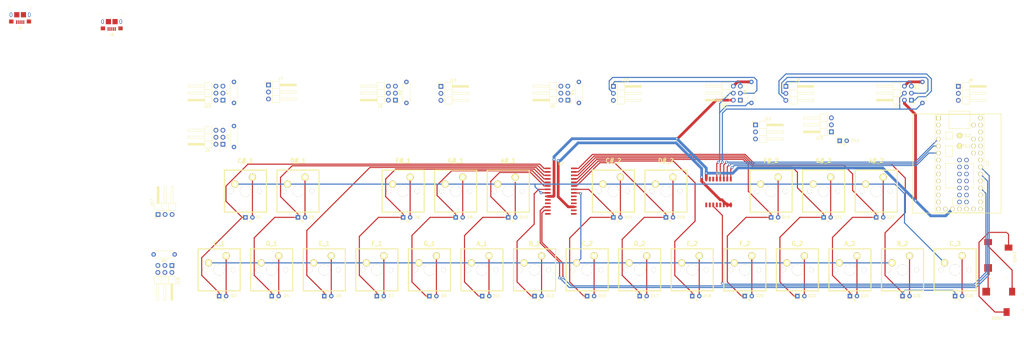
<source format=kicad_pcb>
(kicad_pcb (version 20171130) (host pcbnew "(5.0.1)-4")
  (layers (0 F.Cu signal) (31 B.Cu signal) (34 B.Paste user) (35 F.Paste user) (36 B.SilkS user) (37 F.SilkS user) (38 B.Mask user) (39 F.Mask user) (44 Edge.Cuts user))
  (net 0 "")
  (net 1 "Net-(CON1-Pad2)")
  (net 2 "Net-(CON1-Pad1)")
  (net 3 "Net-(CON1-Pad3)")
  (net 4 "Net-(D1-Pad2)")
  (net 5 /Col0)
  (net 6 "Net-(D2-Pad2)")
  (net 7 "Net-(D3-Pad2)")
  (net 8 /Col1)
  (net 9 "Net-(D4-Pad2)")
  (net 10 /Col2)
  (net 11 "Net-(D5-Pad2)")
  (net 12 "Net-(D6-Pad2)")
  (net 13 /Col3)
  (net 14 "Net-(D7-Pad2)")
  (net 15 "Net-(D8-Pad2)")
  (net 16 /Col4)
  (net 17 "Net-(D9-Pad2)")
  (net 18 +5V)
  (net 19 /Col5)
  (net 20 "Net-(D11-Pad2)")
  (net 21 "Net-(D13-Pad2)")
  (net 22 /Col6)
  (net 23 /Col7)
  (net 24 "Net-(D14-Pad2)")
  (net 25 "Net-(D15-Pad2)")
  (net 26 "Net-(D16-Pad2)")
  (net 27 /Col8)
  (net 28 "Net-(D17-Pad2)")
  (net 29 /Col9)
  (net 30 "Net-(D18-Pad2)")
  (net 31 /ColA)
  (net 32 "Net-(D19-Pad2)")
  (net 33 "Net-(D20-Pad2)")
  (net 34 "Net-(D21-Pad2)")
  (net 35 /ColB)
  (net 36 "Net-(D22-Pad2)")
  (net 37 "Net-(D23-Pad2)")
  (net 38 /ColC)
  (net 39 "Net-(D24-Pad2)")
  (net 40 /ColD)
  (net 41 "Net-(D25-Pad2)")
  (net 42 "Net-(D26-Pad2)")
  (net 43 GND)
  (net 44 /POT0)
  (net 45 +3V3)
  (net 46 /POT4)
  (net 47 "Net-(J3-Pad1)")
  (net 48 "Net-(J3-Pad3)")
  (net 49 "Net-(J10-Pad3)")
  (net 50 "Net-(J10-Pad1)")
  (net 51 /POT1)
  (net 52 /POT5)
  (net 53 "Net-(J11-Pad3)")
  (net 54 "Net-(J11-Pad2)")
  (net 55 "Net-(J11-Pad1)")
  (net 56 "Net-(J12-Pad3)")
  (net 57 /POT2)
  (net 58 /POT6)
  (net 59 /D8)
  (net 60 /POT3)
  (net 61 /Row0)
  (net 62 /Row1)
  (net 63 /A2)
  (net 64 /D3)
  (net 65 /D2)
  (net 66 /D4)
  (net 67 /SCL)
  (net 68 /SDA)
  (net 69 "Net-(U3-Pad52)")
  (net 70 "Net-(J12-Pad2)")
  (net 71 "Net-(J2-Pad1)")
  (net 72 "Net-(J2-Pad3)")
  (net 73 "Net-(J3-Pad5)")
  (net 74 "Net-(J2-Pad5)")
  (net 75 "Net-(J10-Pad5)")
  (net 76 "Net-(D10-Pad2)")
  (net 77 "Net-(D12-Pad1)")
  (net 78 "Net-(J1-Pad1)")
  (net 79 "Net-(J1-Pad2)")
  (net 80 "Net-(J1-Pad3)")
  (net 81 "Net-(J1-Pad4)")
  (net 82 "Net-(J14-Pad1)")
  (net 83 "Net-(J14-Pad3)")
  (net 84 "Net-(J14-Pad5)")
  (net 85 "Net-(J15-Pad5)")
  (net 86 "Net-(J15-Pad3)")
  (net 87 "Net-(J15-Pad1)")
  (net 88 "Net-(J1-PadSH)")
  (net 89 "Net-(J5-PadSH)")
  (module mx1a:MX1A (layer F.Cu) (at 285.75 100.0125)
    (fp_text reference S22 hide)
    (fp_text value A#_2 (at 0 -11.0125) (layer F.SilkS) (effects (font (size 1.524 1.524) (thickness 0.3048))))
    (pad "" thru_hole circle (at 5.08 0) (size 1.69926 1.69926) (drill 1.69926) (layers *.Cu *.Mask F.SilkS))
    (pad "" thru_hole circle (at -5.08 0) (size 1.69926 1.69926) (drill 1.69926) (layers *.Cu *.Mask F.SilkS))
    (pad 1 thru_hole circle (at -3.81 -2.54) (size 2.6 2.6) (drill 1.5011) (layers *.Cu *.Mask F.SilkS) (net 61 /Row0))
    (pad 2 thru_hole circle (at 2.54 -5.08) (size 2.6 2.6) (drill 1.5011) (layers *.Cu *.Mask F.SilkS) (net 37 "Net-(D23-Pad2)"))
    (pad 0 thru_hole circle (at 0 0) (size 3.98018 3.98018) (drill 3.98018) (layers *.Cu *.Mask F.SilkS))
  )
  (module mx1a:MX1A (layer F.Cu) (at 114.3 100.0125)
    (fp_text reference S6 hide)
    (fp_text value F#_1 (at 0 -11.0125) (layer F.SilkS) (effects (font (size 1.524 1.524) (thickness 0.3048))))
    (pad 0 thru_hole circle (at 0 0) (size 3.98018 3.98018) (drill 3.98018) (layers *.Cu *.Mask F.SilkS))
    (pad 2 thru_hole circle (at 2.54 -5.08) (size 2.6 2.6) (drill 1.5011) (layers *.Cu *.Mask F.SilkS) (net 12 "Net-(D6-Pad2)"))
    (pad 1 thru_hole circle (at -3.81 -2.54) (size 2.6 2.6) (drill 1.5011) (layers *.Cu *.Mask F.SilkS) (net 61 /Row0))
    (pad "" thru_hole circle (at -5.08 0) (size 1.69926 1.69926) (drill 1.69926) (layers *.Cu *.Mask F.SilkS))
    (pad "" thru_hole circle (at 5.08 0) (size 1.69926 1.69926) (drill 1.69926) (layers *.Cu *.Mask F.SilkS))
  )
  (module mx1a:MX1A (layer F.Cu) (at 152.4 100.0125)
    (fp_text reference S10 hide)
    (fp_text value A#_1 (at 0 -11.0125) (layer F.SilkS) (effects (font (size 1.524 1.524) (thickness 0.3048))))
    (pad 0 thru_hole circle (at 0 0) (size 3.98018 3.98018) (drill 3.98018) (layers *.Cu *.Mask F.SilkS))
    (pad 2 thru_hole circle (at 2.54 -5.08) (size 2.6 2.6) (drill 1.5011) (layers *.Cu *.Mask F.SilkS) (net 76 "Net-(D10-Pad2)"))
    (pad 1 thru_hole circle (at -3.81 -2.54) (size 2.6 2.6) (drill 1.5011) (layers *.Cu *.Mask F.SilkS) (net 61 /Row0))
    (pad "" thru_hole circle (at -5.08 0) (size 1.69926 1.69926) (drill 1.69926) (layers *.Cu *.Mask F.SilkS))
    (pad "" thru_hole circle (at 5.08 0) (size 1.69926 1.69926) (drill 1.69926) (layers *.Cu *.Mask F.SilkS))
  )
  (module mx1a:MX1A (layer F.Cu) (at 133.35 100.0125)
    (fp_text reference S8 hide)
    (fp_text value G#_1 (at 0 -11.0125) (layer F.SilkS) (effects (font (size 1.524 1.524) (thickness 0.3048))))
    (pad 0 thru_hole circle (at 0 0) (size 3.98018 3.98018) (drill 3.98018) (layers *.Cu *.Mask F.SilkS))
    (pad 2 thru_hole circle (at 2.54 -5.08) (size 2.6 2.6) (drill 1.5011) (layers *.Cu *.Mask F.SilkS) (net 15 "Net-(D8-Pad2)"))
    (pad 1 thru_hole circle (at -3.81 -2.54) (size 2.6 2.6) (drill 1.5011) (layers *.Cu *.Mask F.SilkS) (net 61 /Row0))
    (pad "" thru_hole circle (at -5.08 0) (size 1.69926 1.69926) (drill 1.69926) (layers *.Cu *.Mask F.SilkS))
    (pad "" thru_hole circle (at 5.08 0) (size 1.69926 1.69926) (drill 1.69926) (layers *.Cu *.Mask F.SilkS))
  )
  (module digikey-footprints:Switch_Slide_11.6x4mm_SJ-3523-SMT (layer F.Cu) (at 333 140.2 180)
    (fp_text reference CON1 (at 3.375 -5.975 180) (layer F.SilkS))
    (fp_text value SJ-3523-SMT-TR)
    (pad "" np_thru_hole circle (at 6.1 0 180) (size 1.7 1.7) (drill 1.7) (layers *.Cu *.Mask))
    (pad "" np_thru_hole circle (at -0.9 0 180) (size 1.7 1.7) (drill 1.7) (layers *.Cu *.Mask))
    (pad 2 smd rect (at 7.4 3.7 180) (size 2.8 2.8) (layers F.Cu F.Paste F.Mask) (net 1 "Net-(CON1-Pad2)"))
    (pad 1 smd rect (at -2 3.7 180) (size 2.2 2.8) (layers F.Cu F.Paste F.Mask) (net 2 "Net-(CON1-Pad1)"))
    (pad 3 smd rect (at 0 -3.7 180) (size 2.2 2.8) (layers F.Cu F.Paste F.Mask) (net 3 "Net-(CON1-Pad3)"))
  )
  (module digikey-footprints:Switch_Slide_11.6x4mm_SJ-3523-SMT (layer F.Cu) (at 330 120.5 270)
    (fp_text reference CON2 (at 3.375 -5.975 270) (layer F.SilkS))
    (fp_text value SJ-3523-SMT-TR)
    (pad 3 smd rect (at 0 -3.7 270) (size 2.2 2.8) (layers F.Cu F.Paste F.Mask) (net 3 "Net-(CON1-Pad3)"))
    (pad 1 smd rect (at -2 3.7 270) (size 2.2 2.8) (layers F.Cu F.Paste F.Mask) (net 2 "Net-(CON1-Pad1)"))
    (pad 2 smd rect (at 7.4 3.7 270) (size 2.8 2.8) (layers F.Cu F.Paste F.Mask) (net 1 "Net-(CON1-Pad2)"))
    (pad "" np_thru_hole circle (at -0.9 0 270) (size 1.7 1.7) (drill 1.7) (layers *.Cu *.Mask))
    (pad "" np_thru_hole circle (at 6.1 0 270) (size 1.7 1.7) (drill 1.7) (layers *.Cu *.Mask))
  )
  (module Diodes_THT:D_DO-35_SOD27_P2.54mm_Vertical_AnodeUp (layer F.Cu) (at 57.15 109.5375)
    (fp_text reference D1 (at 4.85 -0.0375) (layer F.SilkS))
    (fp_text value D hide)
    (pad 1 thru_hole rect (at 0 0) (size 1.6 1.6) (drill 0.8) (layers *.Cu *.Mask) (net 5 /Col0))
    (pad 2 thru_hole oval (at 2.54 0) (size 1.6 1.6) (drill 0.8) (layers *.Cu *.Mask) (net 4 "Net-(D1-Pad2)"))
  )
  (module Diodes_THT:D_DO-35_SOD27_P2.54mm_Vertical_AnodeUp (layer F.Cu) (at 47.625 138.1125)
    (fp_text reference D2 (at 5.375 -0.1125) (layer F.SilkS))
    (fp_text value D hide)
    (pad 2 thru_hole oval (at 2.54 0) (size 1.6 1.6) (drill 0.8) (layers *.Cu *.Mask) (net 6 "Net-(D2-Pad2)"))
    (pad 1 thru_hole rect (at 0 0) (size 1.6 1.6) (drill 0.8) (layers *.Cu *.Mask) (net 5 /Col0))
  )
  (module Diodes_THT:D_DO-35_SOD27_P2.54mm_Vertical_AnodeUp (layer F.Cu) (at 76.2 109.5375)
    (fp_text reference D3 (at 4.8 -0.0375) (layer F.SilkS))
    (fp_text value D hide)
    (pad 2 thru_hole oval (at 2.54 0) (size 1.6 1.6) (drill 0.8) (layers *.Cu *.Mask) (net 7 "Net-(D3-Pad2)"))
    (pad 1 thru_hole rect (at 0 0) (size 1.6 1.6) (drill 0.8) (layers *.Cu *.Mask) (net 8 /Col1))
  )
  (module Diodes_THT:D_DO-35_SOD27_P2.54mm_Vertical_AnodeUp (layer F.Cu) (at 66.675 138.1125)
    (fp_text reference D4 (at 5.325 -0.1125) (layer F.SilkS))
    (fp_text value D hide)
    (pad 1 thru_hole rect (at 0 0) (size 1.6 1.6) (drill 0.8) (layers *.Cu *.Mask) (net 8 /Col1))
    (pad 2 thru_hole oval (at 2.54 0) (size 1.6 1.6) (drill 0.8) (layers *.Cu *.Mask) (net 9 "Net-(D4-Pad2)"))
  )
  (module Diodes_THT:D_DO-35_SOD27_P2.54mm_Vertical_AnodeUp (layer F.Cu) (at 85.725 138.1125)
    (fp_text reference D5 (at 5.275 -0.1125) (layer F.SilkS))
    (fp_text value D hide)
    (pad 1 thru_hole rect (at 0 0) (size 1.6 1.6) (drill 0.8) (layers *.Cu *.Mask) (net 10 /Col2))
    (pad 2 thru_hole oval (at 2.54 0) (size 1.6 1.6) (drill 0.8) (layers *.Cu *.Mask) (net 11 "Net-(D5-Pad2)"))
  )
  (module Diodes_THT:D_DO-35_SOD27_P2.54mm_Vertical_AnodeUp (layer F.Cu) (at 114.3 109.5375)
    (fp_text reference D6 (at 5.2 -0.0375) (layer F.SilkS))
    (fp_text value D hide)
    (pad 2 thru_hole oval (at 2.54 0) (size 1.6 1.6) (drill 0.8) (layers *.Cu *.Mask) (net 12 "Net-(D6-Pad2)"))
    (pad 1 thru_hole rect (at 0 0) (size 1.6 1.6) (drill 0.8) (layers *.Cu *.Mask) (net 13 /Col3))
  )
  (module Diodes_THT:D_DO-35_SOD27_P2.54mm_Vertical_AnodeUp (layer F.Cu) (at 104.775 138.1125)
    (fp_text reference D7 (at 5.225 -0.1125) (layer F.SilkS))
    (fp_text value D hide)
    (pad 1 thru_hole rect (at 0 0) (size 1.6 1.6) (drill 0.8) (layers *.Cu *.Mask) (net 13 /Col3))
    (pad 2 thru_hole oval (at 2.54 0) (size 1.6 1.6) (drill 0.8) (layers *.Cu *.Mask) (net 14 "Net-(D7-Pad2)"))
  )
  (module Diodes_THT:D_DO-35_SOD27_P2.54mm_Vertical_AnodeUp (layer F.Cu) (at 133.35 109.5375)
    (fp_text reference D8 (at 5.15 -0.0375) (layer F.SilkS))
    (fp_text value D hide)
    (pad 2 thru_hole oval (at 2.54 0) (size 1.6 1.6) (drill 0.8) (layers *.Cu *.Mask) (net 15 "Net-(D8-Pad2)"))
    (pad 1 thru_hole rect (at 0 0) (size 1.6 1.6) (drill 0.8) (layers *.Cu *.Mask) (net 16 /Col4))
  )
  (module Diodes_THT:D_DO-35_SOD27_P2.54mm_Vertical_AnodeUp (layer F.Cu) (at 123.825 138.1125)
    (fp_text reference D9 (at 5.175 -0.1125) (layer F.SilkS))
    (fp_text value D hide)
    (pad 2 thru_hole oval (at 2.54 0) (size 1.6 1.6) (drill 0.8) (layers *.Cu *.Mask) (net 17 "Net-(D9-Pad2)"))
    (pad 1 thru_hole rect (at 0 0) (size 1.6 1.6) (drill 0.8) (layers *.Cu *.Mask) (net 16 /Col4))
  )
  (module Diodes_THT:D_DO-35_SOD27_P2.54mm_Vertical_AnodeUp (layer F.Cu) (at 142.96 138.11504)
    (fp_text reference D11 (at 5.1 -0.0375) (layer F.SilkS))
    (fp_text value D hide)
    (pad 1 thru_hole rect (at 0 0) (size 1.6 1.6) (drill 0.8) (layers *.Cu *.Mask) (net 19 /Col5))
    (pad 2 thru_hole oval (at 2.54 0) (size 1.6 1.6) (drill 0.8) (layers *.Cu *.Mask) (net 20 "Net-(D11-Pad2)"))
  )
  (module Diodes_THT:D_DO-35_SOD27_P2.54mm_Vertical_AnodeUp (layer F.Cu) (at 272.5 81.75)
    (fp_text reference D12 (at 5.625 -0.1125) (layer F.SilkS))
    (fp_text value D hide)
    (pad 2 thru_hole oval (at 2.54 0) (size 1.6 1.6) (drill 0.8) (layers *.Cu *.Mask) (net 18 +5V))
    (pad 1 thru_hole rect (at 0 0) (size 1.6 1.6) (drill 0.8) (layers *.Cu *.Mask) (net 77 "Net-(D12-Pad1)"))
  )
  (module Diodes_THT:D_DO-35_SOD27_P2.54mm_Vertical_AnodeUp (layer F.Cu) (at 161.925 138.1125)
    (fp_text reference D13 (at 5.575 -0.1125) (layer F.SilkS))
    (fp_text value D hide)
    (pad 2 thru_hole oval (at 2.54 0) (size 1.6 1.6) (drill 0.8) (layers *.Cu *.Mask) (net 21 "Net-(D13-Pad2)"))
    (pad 1 thru_hole rect (at 0 0) (size 1.6 1.6) (drill 0.8) (layers *.Cu *.Mask) (net 22 /Col6))
  )
  (module Diodes_THT:D_DO-35_SOD27_P2.54mm_Vertical_AnodeUp (layer F.Cu) (at 190.5 109.5375)
    (fp_text reference D14 (at 5.5 -0.0375) (layer F.SilkS))
    (fp_text value D hide)
    (pad 1 thru_hole rect (at 0 0) (size 1.6 1.6) (drill 0.8) (layers *.Cu *.Mask) (net 23 /Col7))
    (pad 2 thru_hole oval (at 2.54 0) (size 1.6 1.6) (drill 0.8) (layers *.Cu *.Mask) (net 24 "Net-(D14-Pad2)"))
  )
  (module Diodes_THT:D_DO-35_SOD27_P2.54mm_Vertical_AnodeUp (layer F.Cu) (at 180.975 138.1125)
    (fp_text reference D15 (at 5.525 -0.1125) (layer F.SilkS))
    (fp_text value D hide)
    (pad 1 thru_hole rect (at 0 0) (size 1.6 1.6) (drill 0.8) (layers *.Cu *.Mask) (net 23 /Col7))
    (pad 2 thru_hole oval (at 2.54 0) (size 1.6 1.6) (drill 0.8) (layers *.Cu *.Mask) (net 25 "Net-(D15-Pad2)"))
  )
  (module Diodes_THT:D_DO-35_SOD27_P2.54mm_Vertical_AnodeUp (layer F.Cu) (at 209.55 109.5375)
    (fp_text reference D16 (at 5.45 -0.0375) (layer F.SilkS))
    (fp_text value D hide)
    (pad 2 thru_hole oval (at 2.54 0) (size 1.6 1.6) (drill 0.8) (layers *.Cu *.Mask) (net 26 "Net-(D16-Pad2)"))
    (pad 1 thru_hole rect (at 0 0) (size 1.6 1.6) (drill 0.8) (layers *.Cu *.Mask) (net 27 /Col8))
  )
  (module Diodes_THT:D_DO-35_SOD27_P2.54mm_Vertical_AnodeUp (layer F.Cu) (at 200.025 138.1125)
    (fp_text reference D17 (at 5.475 -0.1125) (layer F.SilkS))
    (fp_text value D hide)
    (pad 2 thru_hole oval (at 2.54 0) (size 1.6 1.6) (drill 0.8) (layers *.Cu *.Mask) (net 28 "Net-(D17-Pad2)"))
    (pad 1 thru_hole rect (at 0 0) (size 1.6 1.6) (drill 0.8) (layers *.Cu *.Mask) (net 27 /Col8))
  )
  (module Diodes_THT:D_DO-35_SOD27_P2.54mm_Vertical_AnodeUp (layer F.Cu) (at 219.075 138.1125)
    (fp_text reference D18 (at 5.425 -0.1125) (layer F.SilkS))
    (fp_text value D hide)
    (pad 1 thru_hole rect (at 0 0) (size 1.6 1.6) (drill 0.8) (layers *.Cu *.Mask) (net 29 /Col9))
    (pad 2 thru_hole oval (at 2.54 0) (size 1.6 1.6) (drill 0.8) (layers *.Cu *.Mask) (net 30 "Net-(D18-Pad2)"))
  )
  (module Diodes_THT:D_DO-35_SOD27_P2.54mm_Vertical_AnodeUp (layer F.Cu) (at 247.65 109.5375)
    (fp_text reference D19 (at 5.35 -0.0375) (layer F.SilkS))
    (fp_text value D hide)
    (pad 1 thru_hole rect (at 0 0) (size 1.6 1.6) (drill 0.8) (layers *.Cu *.Mask) (net 31 /ColA))
    (pad 2 thru_hole oval (at 2.54 0) (size 1.6 1.6) (drill 0.8) (layers *.Cu *.Mask) (net 32 "Net-(D19-Pad2)"))
  )
  (module Diodes_THT:D_DO-35_SOD27_P2.54mm_Vertical_AnodeUp (layer F.Cu) (at 238.125 138.1125)
    (fp_text reference D20 (at 5.375 -0.1125) (layer F.SilkS))
    (fp_text value D hide)
    (pad 1 thru_hole rect (at 0 0) (size 1.6 1.6) (drill 0.8) (layers *.Cu *.Mask) (net 31 /ColA))
    (pad 2 thru_hole oval (at 2.54 0) (size 1.6 1.6) (drill 0.8) (layers *.Cu *.Mask) (net 33 "Net-(D20-Pad2)"))
  )
  (module Diodes_THT:D_DO-35_SOD27_P2.54mm_Vertical_AnodeUp (layer F.Cu) (at 266.7 109.5375)
    (fp_text reference D21 (at 5.3 -0.0375) (layer F.SilkS))
    (fp_text value D hide)
    (pad 2 thru_hole oval (at 2.54 0) (size 1.6 1.6) (drill 0.8) (layers *.Cu *.Mask) (net 34 "Net-(D21-Pad2)"))
    (pad 1 thru_hole rect (at 0 0) (size 1.6 1.6) (drill 0.8) (layers *.Cu *.Mask) (net 35 /ColB))
  )
  (module Diodes_THT:D_DO-35_SOD27_P2.54mm_Vertical_AnodeUp (layer F.Cu) (at 257.175 138.1125)
    (fp_text reference D22 (at 5.325 -0.1125) (layer F.SilkS))
    (fp_text value D hide)
    (pad 1 thru_hole rect (at 0 0) (size 1.6 1.6) (drill 0.8) (layers *.Cu *.Mask) (net 35 /ColB))
    (pad 2 thru_hole oval (at 2.54 0) (size 1.6 1.6) (drill 0.8) (layers *.Cu *.Mask) (net 36 "Net-(D22-Pad2)"))
  )
  (module Diodes_THT:D_DO-35_SOD27_P2.54mm_Vertical_AnodeUp (layer F.Cu) (at 285.75 109.5375)
    (fp_text reference D23 (at 5.25 -0.0375) (layer F.SilkS))
    (fp_text value D hide)
    (pad 2 thru_hole oval (at 2.54 0) (size 1.6 1.6) (drill 0.8) (layers *.Cu *.Mask) (net 37 "Net-(D23-Pad2)"))
    (pad 1 thru_hole rect (at 0 0) (size 1.6 1.6) (drill 0.8) (layers *.Cu *.Mask) (net 38 /ColC))
  )
  (module Diodes_THT:D_DO-35_SOD27_P2.54mm_Vertical_AnodeUp (layer F.Cu) (at 276.225 138.1125)
    (fp_text reference D24 (at 5.275 -0.1125) (layer F.SilkS))
    (fp_text value D hide)
    (pad 1 thru_hole rect (at 0 0) (size 1.6 1.6) (drill 0.8) (layers *.Cu *.Mask) (net 38 /ColC))
    (pad 2 thru_hole oval (at 2.54 0) (size 1.6 1.6) (drill 0.8) (layers *.Cu *.Mask) (net 39 "Net-(D24-Pad2)"))
  )
  (module Diodes_THT:D_DO-35_SOD27_P2.54mm_Vertical_AnodeUp (layer F.Cu) (at 314.325 138.1125)
    (fp_text reference D25 (at 5.175 -0.1125) (layer F.SilkS))
    (fp_text value D hide)
    (pad 1 thru_hole rect (at 0 0) (size 1.6 1.6) (drill 0.8) (layers *.Cu *.Mask) (net 40 /ColD))
    (pad 2 thru_hole oval (at 2.54 0) (size 1.6 1.6) (drill 0.8) (layers *.Cu *.Mask) (net 41 "Net-(D25-Pad2)"))
  )
  (module Diodes_THT:D_DO-35_SOD27_P2.54mm_Vertical_AnodeUp (layer F.Cu) (at 295.275 138.1125)
    (fp_text reference D26 (at 5.225 -0.1125) (layer F.SilkS))
    (fp_text value D hide)
    (pad 2 thru_hole oval (at 2.54 0) (size 1.6 1.6) (drill 0.8) (layers *.Cu *.Mask) (net 42 "Net-(D26-Pad2)"))
    (pad 1 thru_hole rect (at 0 0) (size 1.6 1.6) (drill 0.8) (layers *.Cu *.Mask) (net 40 /ColD))
  )
  (module mx1a:MX1A (layer F.Cu) (at 57.15 100.0125)
    (fp_text reference S1 hide)
    (fp_text value C#_1 (at 0 -11.0125) (layer F.SilkS) (effects (font (size 1.524 1.524) (thickness 0.3048))))
    (pad "" thru_hole circle (at 5.08 0) (size 1.69926 1.69926) (drill 1.69926) (layers *.Cu *.Mask F.SilkS))
    (pad "" thru_hole circle (at -5.08 0) (size 1.69926 1.69926) (drill 1.69926) (layers *.Cu *.Mask F.SilkS))
    (pad 1 thru_hole circle (at -3.81 -2.54) (size 2.6 2.6) (drill 1.5011) (layers *.Cu *.Mask F.SilkS) (net 61 /Row0))
    (pad 2 thru_hole circle (at 2.54 -5.08) (size 2.6 2.6) (drill 1.5011) (layers *.Cu *.Mask F.SilkS) (net 4 "Net-(D1-Pad2)"))
    (pad 0 thru_hole circle (at 0 0) (size 3.98018 3.98018) (drill 3.98018) (layers *.Cu *.Mask F.SilkS))
  )
  (module mx1a:MX1A (layer F.Cu) (at 47.625 128.5875)
    (fp_text reference S2 hide)
    (fp_text value C_1 (at 0 -9.525) (layer F.SilkS) (effects (font (size 1.524 1.524) (thickness 0.3048))))
    (pad 0 thru_hole circle (at 0 0) (size 3.98018 3.98018) (drill 3.98018) (layers *.Cu *.Mask F.SilkS))
    (pad 2 thru_hole circle (at 2.54 -5.08) (size 2.6 2.6) (drill 1.5011) (layers *.Cu *.Mask F.SilkS) (net 6 "Net-(D2-Pad2)"))
    (pad 1 thru_hole circle (at -3.81 -2.54) (size 2.6 2.6) (drill 1.5011) (layers *.Cu *.Mask F.SilkS) (net 62 /Row1))
    (pad "" thru_hole circle (at -5.08 0) (size 1.69926 1.69926) (drill 1.69926) (layers *.Cu *.Mask F.SilkS))
    (pad "" thru_hole circle (at 5.08 0) (size 1.69926 1.69926) (drill 1.69926) (layers *.Cu *.Mask F.SilkS))
  )
  (module mx1a:MX1A (layer F.Cu) (at 76.2 100.0125)
    (fp_text reference S3 hide)
    (fp_text value D#_1 (at 0 -11.0125) (layer F.SilkS) (effects (font (size 1.524 1.524) (thickness 0.3048))))
    (pad "" thru_hole circle (at 5.08 0) (size 1.69926 1.69926) (drill 1.69926) (layers *.Cu *.Mask F.SilkS))
    (pad "" thru_hole circle (at -5.08 0) (size 1.69926 1.69926) (drill 1.69926) (layers *.Cu *.Mask F.SilkS))
    (pad 1 thru_hole circle (at -3.81 -2.54) (size 2.6 2.6) (drill 1.5011) (layers *.Cu *.Mask F.SilkS) (net 61 /Row0))
    (pad 2 thru_hole circle (at 2.54 -5.08) (size 2.6 2.6) (drill 1.5011) (layers *.Cu *.Mask F.SilkS) (net 7 "Net-(D3-Pad2)"))
    (pad 0 thru_hole circle (at 0 0) (size 3.98018 3.98018) (drill 3.98018) (layers *.Cu *.Mask F.SilkS))
  )
  (module mx1a:MX1A (layer F.Cu) (at 66.675 128.5875)
    (fp_text reference S4 hide)
    (fp_text value D_1 (at 0 -9.525) (layer F.SilkS) (effects (font (size 1.524 1.524) (thickness 0.3048))))
    (pad 0 thru_hole circle (at 0 0) (size 3.98018 3.98018) (drill 3.98018) (layers *.Cu *.Mask F.SilkS))
    (pad 2 thru_hole circle (at 2.54 -5.08) (size 2.6 2.6) (drill 1.5011) (layers *.Cu *.Mask F.SilkS) (net 9 "Net-(D4-Pad2)"))
    (pad 1 thru_hole circle (at -3.81 -2.54) (size 2.6 2.6) (drill 1.5011) (layers *.Cu *.Mask F.SilkS) (net 62 /Row1))
    (pad "" thru_hole circle (at -5.08 0) (size 1.69926 1.69926) (drill 1.69926) (layers *.Cu *.Mask F.SilkS))
    (pad "" thru_hole circle (at 5.08 0) (size 1.69926 1.69926) (drill 1.69926) (layers *.Cu *.Mask F.SilkS))
  )
  (module mx1a:MX1A (layer F.Cu) (at 85.725 128.5875)
    (fp_text reference S5 hide)
    (fp_text value E_1 (at 0 -9.525) (layer F.SilkS) (effects (font (size 1.524 1.524) (thickness 0.3048))))
    (pad "" thru_hole circle (at 5.08 0) (size 1.69926 1.69926) (drill 1.69926) (layers *.Cu *.Mask F.SilkS))
    (pad "" thru_hole circle (at -5.08 0) (size 1.69926 1.69926) (drill 1.69926) (layers *.Cu *.Mask F.SilkS))
    (pad 1 thru_hole circle (at -3.81 -2.54) (size 2.6 2.6) (drill 1.5011) (layers *.Cu *.Mask F.SilkS) (net 62 /Row1))
    (pad 2 thru_hole circle (at 2.54 -5.08) (size 2.6 2.6) (drill 1.5011) (layers *.Cu *.Mask F.SilkS) (net 11 "Net-(D5-Pad2)"))
    (pad 0 thru_hole circle (at 0 0) (size 3.98018 3.98018) (drill 3.98018) (layers *.Cu *.Mask F.SilkS))
  )
  (module mx1a:MX1A (layer F.Cu) (at 104.775 128.5875)
    (fp_text reference S7 hide)
    (fp_text value F_1 (at 0 -9.525) (layer F.SilkS) (effects (font (size 1.524 1.524) (thickness 0.3048))))
    (pad "" thru_hole circle (at 5.08 0) (size 1.69926 1.69926) (drill 1.69926) (layers *.Cu *.Mask F.SilkS))
    (pad "" thru_hole circle (at -5.08 0) (size 1.69926 1.69926) (drill 1.69926) (layers *.Cu *.Mask F.SilkS))
    (pad 1 thru_hole circle (at -3.81 -2.54) (size 2.6 2.6) (drill 1.5011) (layers *.Cu *.Mask F.SilkS) (net 62 /Row1))
    (pad 2 thru_hole circle (at 2.54 -5.08) (size 2.6 2.6) (drill 1.5011) (layers *.Cu *.Mask F.SilkS) (net 14 "Net-(D7-Pad2)"))
    (pad 0 thru_hole circle (at 0 0) (size 3.98018 3.98018) (drill 3.98018) (layers *.Cu *.Mask F.SilkS))
  )
  (module mx1a:MX1A (layer F.Cu) (at 123.825 128.5875)
    (fp_text reference S9 hide)
    (fp_text value G_1 (at 0 -9.525) (layer F.SilkS) (effects (font (size 1.524 1.524) (thickness 0.3048))))
    (pad "" thru_hole circle (at 5.08 0) (size 1.69926 1.69926) (drill 1.69926) (layers *.Cu *.Mask F.SilkS))
    (pad "" thru_hole circle (at -5.08 0) (size 1.69926 1.69926) (drill 1.69926) (layers *.Cu *.Mask F.SilkS))
    (pad 1 thru_hole circle (at -3.81 -2.54) (size 2.6 2.6) (drill 1.5011) (layers *.Cu *.Mask F.SilkS) (net 62 /Row1))
    (pad 2 thru_hole circle (at 2.54 -5.08) (size 2.6 2.6) (drill 1.5011) (layers *.Cu *.Mask F.SilkS) (net 17 "Net-(D9-Pad2)"))
    (pad 0 thru_hole circle (at 0 0) (size 3.98018 3.98018) (drill 3.98018) (layers *.Cu *.Mask F.SilkS))
  )
  (module mx1a:MX1A (layer F.Cu) (at 142.875 128.5875)
    (fp_text reference S11 hide)
    (fp_text value A_1 (at 0 -9.525) (layer F.SilkS) (effects (font (size 1.524 1.524) (thickness 0.3048))))
    (pad 0 thru_hole circle (at 0 0) (size 3.98018 3.98018) (drill 3.98018) (layers *.Cu *.Mask F.SilkS))
    (pad 2 thru_hole circle (at 2.54 -5.08) (size 2.6 2.6) (drill 1.5011) (layers *.Cu *.Mask F.SilkS) (net 20 "Net-(D11-Pad2)"))
    (pad 1 thru_hole circle (at -3.81 -2.54) (size 2.6 2.6) (drill 1.5011) (layers *.Cu *.Mask F.SilkS) (net 62 /Row1))
    (pad "" thru_hole circle (at -5.08 0) (size 1.69926 1.69926) (drill 1.69926) (layers *.Cu *.Mask F.SilkS))
    (pad "" thru_hole circle (at 5.08 0) (size 1.69926 1.69926) (drill 1.69926) (layers *.Cu *.Mask F.SilkS))
  )
  (module mx1a:MX1A (layer F.Cu) (at 161.925 128.5875)
    (fp_text reference S12 hide)
    (fp_text value B_1 (at 0 -9.525) (layer F.SilkS) (effects (font (size 1.524 1.524) (thickness 0.3048))))
    (pad "" thru_hole circle (at 5.08 0) (size 1.69926 1.69926) (drill 1.69926) (layers *.Cu *.Mask F.SilkS))
    (pad "" thru_hole circle (at -5.08 0) (size 1.69926 1.69926) (drill 1.69926) (layers *.Cu *.Mask F.SilkS))
    (pad 1 thru_hole circle (at -3.81 -2.54) (size 2.6 2.6) (drill 1.5011) (layers *.Cu *.Mask F.SilkS) (net 62 /Row1))
    (pad 2 thru_hole circle (at 2.54 -5.08) (size 2.6 2.6) (drill 1.5011) (layers *.Cu *.Mask F.SilkS) (net 21 "Net-(D13-Pad2)"))
    (pad 0 thru_hole circle (at 0 0) (size 3.98018 3.98018) (drill 3.98018) (layers *.Cu *.Mask F.SilkS))
  )
  (module mx1a:MX1A (layer F.Cu) (at 190.5 100.0125)
    (fp_text reference S13 hide)
    (fp_text value C#_2 (at 0 -11.0125) (layer F.SilkS) (effects (font (size 1.524 1.524) (thickness 0.3048))))
    (pad 0 thru_hole circle (at 0 0) (size 3.98018 3.98018) (drill 3.98018) (layers *.Cu *.Mask F.SilkS))
    (pad 2 thru_hole circle (at 2.54 -5.08) (size 2.6 2.6) (drill 1.5011) (layers *.Cu *.Mask F.SilkS) (net 24 "Net-(D14-Pad2)"))
    (pad 1 thru_hole circle (at -3.81 -2.54) (size 2.6 2.6) (drill 1.5011) (layers *.Cu *.Mask F.SilkS) (net 61 /Row0))
    (pad "" thru_hole circle (at -5.08 0) (size 1.69926 1.69926) (drill 1.69926) (layers *.Cu *.Mask F.SilkS))
    (pad "" thru_hole circle (at 5.08 0) (size 1.69926 1.69926) (drill 1.69926) (layers *.Cu *.Mask F.SilkS))
  )
  (module mx1a:MX1A (layer F.Cu) (at 180.975 128.5875)
    (fp_text reference S14 hide)
    (fp_text value C_2 (at 0 -9.525) (layer F.SilkS) (effects (font (size 1.524 1.524) (thickness 0.3048))))
    (pad "" thru_hole circle (at 5.08 0) (size 1.69926 1.69926) (drill 1.69926) (layers *.Cu *.Mask F.SilkS))
    (pad "" thru_hole circle (at -5.08 0) (size 1.69926 1.69926) (drill 1.69926) (layers *.Cu *.Mask F.SilkS))
    (pad 1 thru_hole circle (at -3.81 -2.54) (size 2.6 2.6) (drill 1.5011) (layers *.Cu *.Mask F.SilkS) (net 62 /Row1))
    (pad 2 thru_hole circle (at 2.54 -5.08) (size 2.6 2.6) (drill 1.5011) (layers *.Cu *.Mask F.SilkS) (net 25 "Net-(D15-Pad2)"))
    (pad 0 thru_hole circle (at 0 0) (size 3.98018 3.98018) (drill 3.98018) (layers *.Cu *.Mask F.SilkS))
  )
  (module mx1a:MX1A (layer F.Cu) (at 209.55 100.0125)
    (fp_text reference S15 hide)
    (fp_text value D#_2 (at 0 -11.0125) (layer F.SilkS) (effects (font (size 1.524 1.524) (thickness 0.3048))))
    (pad 0 thru_hole circle (at 0 0) (size 3.98018 3.98018) (drill 3.98018) (layers *.Cu *.Mask F.SilkS))
    (pad 2 thru_hole circle (at 2.54 -5.08) (size 2.6 2.6) (drill 1.5011) (layers *.Cu *.Mask F.SilkS) (net 26 "Net-(D16-Pad2)"))
    (pad 1 thru_hole circle (at -3.81 -2.54) (size 2.6 2.6) (drill 1.5011) (layers *.Cu *.Mask F.SilkS) (net 61 /Row0))
    (pad "" thru_hole circle (at -5.08 0) (size 1.69926 1.69926) (drill 1.69926) (layers *.Cu *.Mask F.SilkS))
    (pad "" thru_hole circle (at 5.08 0) (size 1.69926 1.69926) (drill 1.69926) (layers *.Cu *.Mask F.SilkS))
  )
  (module mx1a:MX1A (layer F.Cu) (at 200.025 128.5875)
    (fp_text reference S16 hide)
    (fp_text value D_2 (at 0 -9.525) (layer F.SilkS) (effects (font (size 1.524 1.524) (thickness 0.3048))))
    (pad "" thru_hole circle (at 5.08 0) (size 1.69926 1.69926) (drill 1.69926) (layers *.Cu *.Mask F.SilkS))
    (pad "" thru_hole circle (at -5.08 0) (size 1.69926 1.69926) (drill 1.69926) (layers *.Cu *.Mask F.SilkS))
    (pad 1 thru_hole circle (at -3.81 -2.54) (size 2.6 2.6) (drill 1.5011) (layers *.Cu *.Mask F.SilkS) (net 62 /Row1))
    (pad 2 thru_hole circle (at 2.54 -5.08) (size 2.6 2.6) (drill 1.5011) (layers *.Cu *.Mask F.SilkS) (net 28 "Net-(D17-Pad2)"))
    (pad 0 thru_hole circle (at 0 0) (size 3.98018 3.98018) (drill 3.98018) (layers *.Cu *.Mask F.SilkS))
  )
  (module mx1a:MX1A (layer F.Cu) (at 219.075 128.5875)
    (fp_text reference S17 hide)
    (fp_text value E_2 (at 0 -9.525) (layer F.SilkS) (effects (font (size 1.524 1.524) (thickness 0.3048))))
    (pad 0 thru_hole circle (at 0 0) (size 3.98018 3.98018) (drill 3.98018) (layers *.Cu *.Mask F.SilkS))
    (pad 2 thru_hole circle (at 2.54 -5.08) (size 2.6 2.6) (drill 1.5011) (layers *.Cu *.Mask F.SilkS) (net 30 "Net-(D18-Pad2)"))
    (pad 1 thru_hole circle (at -3.81 -2.54) (size 2.6 2.6) (drill 1.5011) (layers *.Cu *.Mask F.SilkS) (net 62 /Row1))
    (pad "" thru_hole circle (at -5.08 0) (size 1.69926 1.69926) (drill 1.69926) (layers *.Cu *.Mask F.SilkS))
    (pad "" thru_hole circle (at 5.08 0) (size 1.69926 1.69926) (drill 1.69926) (layers *.Cu *.Mask F.SilkS))
  )
  (module mx1a:MX1A (layer F.Cu) (at 247.65 100.0125)
    (fp_text reference S18 hide)
    (fp_text value F#_2 (at 0 -11.0125) (layer F.SilkS) (effects (font (size 1.524 1.524) (thickness 0.3048))))
    (pad "" thru_hole circle (at 5.08 0) (size 1.69926 1.69926) (drill 1.69926) (layers *.Cu *.Mask F.SilkS))
    (pad "" thru_hole circle (at -5.08 0) (size 1.69926 1.69926) (drill 1.69926) (layers *.Cu *.Mask F.SilkS))
    (pad 1 thru_hole circle (at -3.81 -2.54) (size 2.6 2.6) (drill 1.5011) (layers *.Cu *.Mask F.SilkS) (net 61 /Row0))
    (pad 2 thru_hole circle (at 2.54 -5.08) (size 2.6 2.6) (drill 1.5011) (layers *.Cu *.Mask F.SilkS) (net 32 "Net-(D19-Pad2)"))
    (pad 0 thru_hole circle (at 0 0) (size 3.98018 3.98018) (drill 3.98018) (layers *.Cu *.Mask F.SilkS))
  )
  (module mx1a:MX1A (layer F.Cu) (at 238.125 128.5875)
    (fp_text reference S19 hide)
    (fp_text value F_2 (at 0 -9.525) (layer F.SilkS) (effects (font (size 1.524 1.524) (thickness 0.3048))))
    (pad 0 thru_hole circle (at 0 0) (size 3.98018 3.98018) (drill 3.98018) (layers *.Cu *.Mask F.SilkS))
    (pad 2 thru_hole circle (at 2.54 -5.08) (size 2.6 2.6) (drill 1.5011) (layers *.Cu *.Mask F.SilkS) (net 33 "Net-(D20-Pad2)"))
    (pad 1 thru_hole circle (at -3.81 -2.54) (size 2.6 2.6) (drill 1.5011) (layers *.Cu *.Mask F.SilkS) (net 62 /Row1))
    (pad "" thru_hole circle (at -5.08 0) (size 1.69926 1.69926) (drill 1.69926) (layers *.Cu *.Mask F.SilkS))
    (pad "" thru_hole circle (at 5.08 0) (size 1.69926 1.69926) (drill 1.69926) (layers *.Cu *.Mask F.SilkS))
  )
  (module mx1a:MX1A (layer F.Cu) (at 266.7 100.0125)
    (fp_text reference S20 hide)
    (fp_text value G#_2 (at 0 -11.0125) (layer F.SilkS) (effects (font (size 1.524 1.524) (thickness 0.3048))))
    (pad "" thru_hole circle (at 5.08 0) (size 1.69926 1.69926) (drill 1.69926) (layers *.Cu *.Mask F.SilkS))
    (pad "" thru_hole circle (at -5.08 0) (size 1.69926 1.69926) (drill 1.69926) (layers *.Cu *.Mask F.SilkS))
    (pad 1 thru_hole circle (at -3.81 -2.54) (size 2.6 2.6) (drill 1.5011) (layers *.Cu *.Mask F.SilkS) (net 61 /Row0))
    (pad 2 thru_hole circle (at 2.54 -5.08) (size 2.6 2.6) (drill 1.5011) (layers *.Cu *.Mask F.SilkS) (net 34 "Net-(D21-Pad2)"))
    (pad 0 thru_hole circle (at 0 0) (size 3.98018 3.98018) (drill 3.98018) (layers *.Cu *.Mask F.SilkS))
  )
  (module mx1a:MX1A (layer F.Cu) (at 257.175 128.5875)
    (fp_text reference S21 hide)
    (fp_text value G_2 (at 0 -9.525) (layer F.SilkS) (effects (font (size 1.524 1.524) (thickness 0.3048))))
    (pad 0 thru_hole circle (at 0 0) (size 3.98018 3.98018) (drill 3.98018) (layers *.Cu *.Mask F.SilkS))
    (pad 2 thru_hole circle (at 2.54 -5.08) (size 2.6 2.6) (drill 1.5011) (layers *.Cu *.Mask F.SilkS) (net 36 "Net-(D22-Pad2)"))
    (pad 1 thru_hole circle (at -3.81 -2.54) (size 2.6 2.6) (drill 1.5011) (layers *.Cu *.Mask F.SilkS) (net 62 /Row1))
    (pad "" thru_hole circle (at -5.08 0) (size 1.69926 1.69926) (drill 1.69926) (layers *.Cu *.Mask F.SilkS))
    (pad "" thru_hole circle (at 5.08 0) (size 1.69926 1.69926) (drill 1.69926) (layers *.Cu *.Mask F.SilkS))
  )
  (module mx1a:MX1A (layer F.Cu) (at 276.225 128.5875)
    (fp_text reference S23 hide)
    (fp_text value A_2 (at 0 -9.525) (layer F.SilkS) (effects (font (size 1.524 1.524) (thickness 0.3048))))
    (pad 0 thru_hole circle (at 0 0) (size 3.98018 3.98018) (drill 3.98018) (layers *.Cu *.Mask F.SilkS))
    (pad 2 thru_hole circle (at 2.54 -5.08) (size 2.6 2.6) (drill 1.5011) (layers *.Cu *.Mask F.SilkS) (net 39 "Net-(D24-Pad2)"))
    (pad 1 thru_hole circle (at -3.81 -2.54) (size 2.6 2.6) (drill 1.5011) (layers *.Cu *.Mask F.SilkS) (net 62 /Row1))
    (pad "" thru_hole circle (at -5.08 0) (size 1.69926 1.69926) (drill 1.69926) (layers *.Cu *.Mask F.SilkS))
    (pad "" thru_hole circle (at 5.08 0) (size 1.69926 1.69926) (drill 1.69926) (layers *.Cu *.Mask F.SilkS))
  )
  (module mx1a:MX1A (layer F.Cu) (at 314.325 128.5875)
    (fp_text reference S24 hide)
    (fp_text value C_3 (at 0 -9.525) (layer F.SilkS) (effects (font (size 1.524 1.524) (thickness 0.3048))))
    (pad "" thru_hole circle (at 5.08 0) (size 1.69926 1.69926) (drill 1.69926) (layers *.Cu *.Mask F.SilkS))
    (pad "" thru_hole circle (at -5.08 0) (size 1.69926 1.69926) (drill 1.69926) (layers *.Cu *.Mask F.SilkS))
    (pad 1 thru_hole circle (at -3.81 -2.54) (size 2.6 2.6) (drill 1.5011) (layers *.Cu *.Mask F.SilkS) (net 61 /Row0))
    (pad 2 thru_hole circle (at 2.54 -5.08) (size 2.6 2.6) (drill 1.5011) (layers *.Cu *.Mask F.SilkS) (net 41 "Net-(D25-Pad2)"))
    (pad 0 thru_hole circle (at 0 0) (size 3.98018 3.98018) (drill 3.98018) (layers *.Cu *.Mask F.SilkS))
  )
  (module mx1a:MX1A (layer F.Cu) (at 295.275 128.5875)
    (fp_text reference S25 hide)
    (fp_text value B_2 (at 0 -9.525) (layer F.SilkS) (effects (font (size 1.524 1.524) (thickness 0.3048))))
    (pad 0 thru_hole circle (at 0 0) (size 3.98018 3.98018) (drill 3.98018) (layers *.Cu *.Mask F.SilkS))
    (pad 2 thru_hole circle (at 2.54 -5.08) (size 2.6 2.6) (drill 1.5011) (layers *.Cu *.Mask F.SilkS) (net 42 "Net-(D26-Pad2)"))
    (pad 1 thru_hole circle (at -3.81 -2.54) (size 2.6 2.6) (drill 1.5011) (layers *.Cu *.Mask F.SilkS) (net 62 /Row1))
    (pad "" thru_hole circle (at -5.08 0) (size 1.69926 1.69926) (drill 1.69926) (layers *.Cu *.Mask F.SilkS))
    (pad "" thru_hole circle (at 5.08 0) (size 1.69926 1.69926) (drill 1.69926) (layers *.Cu *.Mask F.SilkS))
  )
  (module teensy:Teensy30_31_32_LC (layer F.Cu) (at 315.92 90 270)
    (fp_text reference U3 (at 0 -10.16 270) (layer F.SilkS))
    (fp_text value Teensy3.2)
    (fp_text user T3.2 (at -10.16 -2.54) (layer F.SilkS))
    (fp_text user T3.1 (at -6.35 -2.54) (layer F.SilkS))
    (pad 17 thru_hole circle (at 16.51 0 270) (size 1.6 1.6) (drill 1.1) (layers *.Cu *.Mask F.SilkS))
    (pad 18 thru_hole circle (at 16.51 -2.54 270) (size 1.6 1.6) (drill 1.1) (layers *.Cu *.Mask F.SilkS))
    (pad 19 thru_hole circle (at 16.51 -5.08 270) (size 1.6 1.6) (drill 1.1) (layers *.Cu *.Mask F.SilkS))
    (pad 20 thru_hole circle (at 16.51 -7.62 270) (size 1.6 1.6) (drill 1.1) (layers *.Cu *.Mask F.SilkS))
    (pad 16 thru_hole circle (at 16.51 2.54 270) (size 1.6 1.6) (drill 1.1) (layers *.Cu *.Mask F.SilkS) (net 45 +3V3))
    (pad 15 thru_hole circle (at 16.51 5.08 270) (size 1.6 1.6) (drill 1.1) (layers *.Cu *.Mask F.SilkS))
    (pad 14 thru_hole circle (at 16.51 7.62 270) (size 1.6 1.6) (drill 1.1) (layers *.Cu *.Mask F.SilkS))
    (pad 21 thru_hole circle (at 13.97 -7.62 270) (size 1.6 1.6) (drill 1.1) (layers *.Cu *.Mask F.SilkS))
    (pad 22 thru_hole circle (at 11.43 -7.62 270) (size 1.6 1.6) (drill 1.1) (layers *.Cu *.Mask F.SilkS))
    (pad 23 thru_hole circle (at 8.89 -7.62 270) (size 1.6 1.6) (drill 1.1) (layers *.Cu *.Mask F.SilkS) (net 63 /A2))
    (pad 24 thru_hole circle (at 6.35 -7.62 270) (size 1.6 1.6) (drill 1.1) (layers *.Cu *.Mask F.SilkS))
    (pad 25 thru_hole circle (at 3.81 -7.62 270) (size 1.6 1.6) (drill 1.1) (layers *.Cu *.Mask F.SilkS) (net 68 /SDA))
    (pad 26 thru_hole circle (at 1.27 -7.62 270) (size 1.6 1.6) (drill 1.1) (layers *.Cu *.Mask F.SilkS) (net 67 /SCL))
    (pad 27 thru_hole circle (at -1.27 -7.62 270) (size 1.6 1.6) (drill 1.1) (layers *.Cu *.Mask F.SilkS))
    (pad 28 thru_hole circle (at -3.81 -7.62 270) (size 1.6 1.6) (drill 1.1) (layers *.Cu *.Mask F.SilkS))
    (pad 29 thru_hole circle (at -6.35 -7.62 270) (size 1.6 1.6) (drill 1.1) (layers *.Cu *.Mask F.SilkS))
    (pad 30 thru_hole circle (at -8.89 -7.62 270) (size 1.6 1.6) (drill 1.1) (layers *.Cu *.Mask F.SilkS))
    (pad 31 thru_hole circle (at -11.43 -7.62 270) (size 1.6 1.6) (drill 1.1) (layers *.Cu *.Mask F.SilkS))
    (pad 32 thru_hole circle (at -13.97 -7.62 270) (size 1.6 1.6) (drill 1.1) (layers *.Cu *.Mask F.SilkS))
    (pad 33 thru_hole circle (at -16.51 -7.62 270) (size 1.6 1.6) (drill 1.1) (layers *.Cu *.Mask F.SilkS))
    (pad 34 thru_hole circle (at -13.97 -5.08 270) (size 1.6 1.6) (drill 1.1) (layers *.Cu *.Mask F.SilkS))
    (pad 35 thru_hole circle (at -8.89 -5.08 270) (size 1.6 1.6) (drill 1.1) (layers *.Cu *.Mask F.SilkS))
    (pad 36 thru_hole circle (at -6.35 -5.08 270) (size 1.6 1.6) (drill 1.1) (layers *.Cu *.Mask F.SilkS))
    (pad 37 thru_hole circle (at -3.81 -5.08 270) (size 1.6 1.6) (drill 1.1) (layers *.Cu *.Mask F.SilkS))
    (pad 13 thru_hole circle (at 13.97 7.62 270) (size 1.6 1.6) (drill 1.1) (layers *.Cu *.Mask F.SilkS))
    (pad 12 thru_hole circle (at 11.43 7.62 270) (size 1.6 1.6) (drill 1.1) (layers *.Cu *.Mask F.SilkS))
    (pad 11 thru_hole circle (at 8.89 7.62 270) (size 1.6 1.6) (drill 1.1) (layers *.Cu *.Mask F.SilkS))
    (pad 10 thru_hole circle (at 6.35 7.62 270) (size 1.6 1.6) (drill 1.1) (layers *.Cu *.Mask F.SilkS) (net 59 /D8))
    (pad 9 thru_hole circle (at 3.81 7.62 270) (size 1.6 1.6) (drill 1.1) (layers *.Cu *.Mask F.SilkS))
    (pad 8 thru_hole circle (at 1.27 7.62 270) (size 1.6 1.6) (drill 1.1) (layers *.Cu *.Mask F.SilkS))
    (pad 7 thru_hole circle (at -1.27 7.62 270) (size 1.6 1.6) (drill 1.1) (layers *.Cu *.Mask F.SilkS))
    (pad 6 thru_hole circle (at -3.81 7.62 270) (size 1.6 1.6) (drill 1.1) (layers *.Cu *.Mask F.SilkS) (net 66 /D4))
    (pad 5 thru_hole circle (at -6.35 7.62 270) (size 1.6 1.6) (drill 1.1) (layers *.Cu *.Mask F.SilkS) (net 64 /D3))
    (pad 4 thru_hole circle (at -8.89 7.62 270) (size 1.6 1.6) (drill 1.1) (layers *.Cu *.Mask F.SilkS) (net 65 /D2))
    (pad 3 thru_hole circle (at -11.43 7.62 270) (size 1.6 1.6) (drill 1.1) (layers *.Cu *.Mask F.SilkS))
    (pad 2 thru_hole circle (at -13.97 7.62 270) (size 1.6 1.6) (drill 1.1) (layers *.Cu *.Mask F.SilkS))
    (pad 1 thru_hole rect (at -16.51 7.62 270) (size 1.6 1.6) (drill 1.1) (layers *.Cu *.Mask F.SilkS) (net 43 GND))
    (pad 38 thru_hole circle (at -1.27 0 270) (size 1.6 1.6) (drill 1.1) (layers *.Cu *.Mask))
    (pad 39 thru_hole circle (at 1.27 0 270) (size 1.6 1.6) (drill 1.1) (layers *.Cu *.Mask))
    (pad 40 thru_hole circle (at 3.81 0 270) (size 1.6 1.6) (drill 1.1) (layers *.Cu *.Mask))
    (pad 41 thru_hole circle (at 6.35 0 270) (size 1.6 1.6) (drill 1.1) (layers *.Cu *.Mask))
    (pad 42 thru_hole circle (at 8.89 0 270) (size 1.6 1.6) (drill 1.1) (layers *.Cu *.Mask))
    (pad 43 thru_hole circle (at 11.43 0 270) (size 1.6 1.6) (drill 1.1) (layers *.Cu *.Mask))
    (pad 44 thru_hole circle (at 13.97 0 270) (size 1.6 1.6) (drill 1.1) (layers *.Cu *.Mask))
    (pad 45 thru_hole circle (at 13.97 -2.54 270) (size 1.6 1.6) (drill 1.1) (layers *.Cu *.Mask))
    (pad 46 thru_hole circle (at 11.43 -2.54 270) (size 1.6 1.6) (drill 1.1) (layers *.Cu *.Mask))
    (pad 47 thru_hole circle (at 8.89 -2.54 270) (size 1.6 1.6) (drill 1.1) (layers *.Cu *.Mask))
    (pad 48 thru_hole circle (at 6.35 -2.54 270) (size 1.6 1.6) (drill 1.1) (layers *.Cu *.Mask))
    (pad 49 thru_hole circle (at 3.81 -2.54 270) (size 1.6 1.6) (drill 1.1) (layers *.Cu *.Mask))
    (pad 50 thru_hole circle (at 1.27 -2.54 270) (size 1.6 1.6) (drill 1.1) (layers *.Cu *.Mask))
    (pad 51 thru_hole circle (at -1.27 -2.54 270) (size 1.6 1.6) (drill 1.1) (layers *.Cu *.Mask))
    (pad 52 thru_hole circle (at -6.35 0 270) (size 1.9 1.9) (drill 0.5) (layers *.Cu *.Mask F.SilkS) (net 69 "Net-(U3-Pad52)"))
    (pad 52 thru_hole circle (at -10.16 0 270) (size 1.9 1.9) (drill 0.5) (layers *.Cu *.Mask F.SilkS) (net 69 "Net-(U3-Pad52)"))
  )
  (module digikey-footprints:SOIC-16_W7.5mm (layer F.Cu) (at 228.6 100.33)
    (fp_text reference U1 (at 0 -7) (layer F.SilkS))
    (fp_text value CD74HC4051E)
    (pad 13 smd rect (at -0.635 -4.69) (size 0.7 1.7) (layers F.Cu F.Paste F.Mask) (net 51 /POT1))
    (pad 14 smd rect (at -1.905 -4.69) (size 0.7 1.7) (layers F.Cu F.Paste F.Mask) (net 57 /POT2))
    (pad 15 smd rect (at -3.175 -4.69) (size 0.7 1.7) (layers F.Cu F.Paste F.Mask) (net 60 /POT3))
    (pad 16 smd rect (at -4.445 -4.69) (size 0.7 1.7) (layers F.Cu F.Paste F.Mask) (net 45 +3V3))
    (pad 12 smd rect (at 0.635 -4.69) (size 0.7 1.7) (layers F.Cu F.Paste F.Mask) (net 44 /POT0))
    (pad 11 smd rect (at 1.905 -4.69) (size 0.7 1.7) (layers F.Cu F.Paste F.Mask) (net 65 /D2))
    (pad 10 smd rect (at 3.175 -4.69) (size 0.7 1.7) (layers F.Cu F.Paste F.Mask) (net 64 /D3))
    (pad 9 smd rect (at 4.445 -4.69) (size 0.7 1.7) (layers F.Cu F.Paste F.Mask) (net 66 /D4))
    (pad 4 smd rect (at -0.635 4.69) (size 0.7 1.7) (layers F.Cu F.Paste F.Mask) (net 58 /POT6))
    (pad 5 smd rect (at 0.635 4.69) (size 0.7 1.7) (layers F.Cu F.Paste F.Mask))
    (pad 3 smd rect (at -1.905 4.69) (size 0.7 1.7) (layers F.Cu F.Paste F.Mask) (net 63 /A2))
    (pad 2 smd rect (at -3.175 4.69) (size 0.7 1.7) (layers F.Cu F.Paste F.Mask) (net 52 /POT5))
    (pad 1 smd rect (at -4.445 4.69) (size 0.7 1.7) (layers F.Cu F.Paste F.Mask) (net 46 /POT4))
    (pad 6 smd rect (at 1.905 4.69) (size 0.7 1.7) (layers F.Cu F.Paste F.Mask) (net 43 GND))
    (pad 7 smd rect (at 3.175 4.69) (size 0.7 1.7) (layers F.Cu F.Paste F.Mask) (net 43 GND))
    (pad 8 smd rect (at 4.445 4.69) (size 0.7 1.7) (layers F.Cu F.Paste F.Mask) (net 43 GND))
  )
  (module digikey-footprints:SOIC-28_W7.5mm (layer F.Cu) (at 171.45 100.0125)
    (fp_text reference U2 (at 0 -10.04) (layer F.SilkS))
    (fp_text value MCP23017-E_SP)
    (pad 1 smd rect (at -4.7 -8.255) (size 2 0.6) (layers F.Cu F.Paste F.Mask) (net 5 /Col0))
    (pad 2 smd rect (at -4.7 -6.985) (size 2 0.6) (layers F.Cu F.Paste F.Mask) (net 8 /Col1))
    (pad 3 smd rect (at -4.7 -5.715) (size 2 0.6) (layers F.Cu F.Paste F.Mask) (net 10 /Col2))
    (pad 4 smd rect (at -4.7 -4.445) (size 2 0.6) (layers F.Cu F.Paste F.Mask) (net 13 /Col3))
    (pad 5 smd rect (at -4.7 -3.175) (size 2 0.6) (layers F.Cu F.Paste F.Mask) (net 16 /Col4))
    (pad 6 smd rect (at -4.7 -1.905) (size 2 0.6) (layers F.Cu F.Paste F.Mask) (net 19 /Col5))
    (pad 7 smd rect (at -4.7 -0.635) (size 2 0.6) (layers F.Cu F.Paste F.Mask) (net 22 /Col6))
    (pad 8 smd rect (at -4.7 0.635) (size 2 0.6) (layers F.Cu F.Paste F.Mask) (net 61 /Row0))
    (pad 9 smd rect (at -4.7 1.905) (size 2 0.6) (layers F.Cu F.Paste F.Mask) (net 45 +3V3))
    (pad 10 smd rect (at -4.7 3.175) (size 2 0.6) (layers F.Cu F.Paste F.Mask) (net 43 GND))
    (pad 11 smd rect (at -4.7 4.445) (size 2 0.6) (layers F.Cu F.Paste F.Mask))
    (pad 12 smd rect (at -4.7 5.715) (size 2 0.6) (layers F.Cu F.Paste F.Mask) (net 67 /SCL))
    (pad 13 smd rect (at -4.7 6.985) (size 2 0.6) (layers F.Cu F.Paste F.Mask) (net 68 /SDA))
    (pad 14 smd rect (at -4.7 8.255) (size 2 0.6) (layers F.Cu F.Paste F.Mask))
    (pad 15 smd rect (at 4.7 8.255) (size 2 0.6) (layers F.Cu F.Paste F.Mask) (net 43 GND))
    (pad 16 smd rect (at 4.7 6.985) (size 2 0.6) (layers F.Cu F.Paste F.Mask) (net 43 GND))
    (pad 17 smd rect (at 4.7 5.715) (size 2 0.6) (layers F.Cu F.Paste F.Mask) (net 43 GND))
    (pad 18 smd rect (at 4.7 4.445) (size 2 0.6) (layers F.Cu F.Paste F.Mask) (net 45 +3V3))
    (pad 19 smd rect (at 4.7 3.175) (size 2 0.6) (layers F.Cu F.Paste F.Mask))
    (pad 20 smd rect (at 4.7 1.905) (size 2 0.6) (layers F.Cu F.Paste F.Mask))
    (pad 21 smd rect (at 4.7 0.635) (size 2 0.6) (layers F.Cu F.Paste F.Mask) (net 62 /Row1))
    (pad 22 smd rect (at 4.7 -0.635) (size 2 0.6) (layers F.Cu F.Paste F.Mask) (net 23 /Col7))
    (pad 23 smd rect (at 4.7 -1.905) (size 2 0.6) (layers F.Cu F.Paste F.Mask) (net 27 /Col8))
    (pad 24 smd rect (at 4.7 -3.175) (size 2 0.6) (layers F.Cu F.Paste F.Mask) (net 29 /Col9))
    (pad 25 smd rect (at 4.7 -4.445) (size 2 0.6) (layers F.Cu F.Paste F.Mask) (net 31 /ColA))
    (pad 26 smd rect (at 4.7 -5.715) (size 2 0.6) (layers F.Cu F.Paste F.Mask) (net 35 /ColB))
    (pad 27 smd rect (at 4.7 -6.985) (size 2 0.6) (layers F.Cu F.Paste F.Mask) (net 38 /ColC))
    (pad 28 smd rect (at 4.7 -8.255) (size 2 0.6) (layers F.Cu F.Paste F.Mask) (net 40 /ColD))
  )
  (module Diodes_THT:D_DO-35_SOD27_P2.54mm_Vertical_AnodeUp (layer F.Cu) (at 152.4 109.5375)
    (fp_text reference D10 (at 5.6 -0.0375) (layer F.SilkS))
    (fp_text value D)
    (pad 2 thru_hole oval (at 2.54 0) (size 1.6 1.6) (drill 0.8) (layers *.Cu *.Mask) (net 76 "Net-(D10-Pad2)"))
    (pad 1 thru_hole rect (at 0 0) (size 1.6 1.6) (drill 0.8) (layers *.Cu *.Mask) (net 19 /Col5))
  )
  (module Pin_Headers:Pin_Header_Angled_2x03_Pitch2.54mm (layer F.Cu) (at 298.5 67 180)
    (fp_text reference J2 (at 5.655 -2.27 180) (layer F.SilkS))
    (fp_text value Control_LED_0_O)
    (pad 1 thru_hole rect (at 0 0 180) (size 1.7 1.7) (drill 1) (layers *.Cu *.Mask) (net 71 "Net-(J2-Pad1)"))
    (pad 2 thru_hole oval (at 2.54 0 180) (size 1.7 1.7) (drill 1) (layers *.Cu *.Mask) (net 45 +3V3))
    (pad 3 thru_hole oval (at 0 2.54 180) (size 1.7 1.7) (drill 1) (layers *.Cu *.Mask) (net 72 "Net-(J2-Pad3)"))
    (pad 4 thru_hole oval (at 2.54 2.54 180) (size 1.7 1.7) (drill 1) (layers *.Cu *.Mask) (net 44 /POT0))
    (pad 5 thru_hole oval (at 0 5.08 180) (size 1.7 1.7) (drill 1) (layers *.Cu *.Mask) (net 74 "Net-(J2-Pad5)"))
    (pad 6 thru_hole oval (at 2.54 5.08 180) (size 1.7 1.7) (drill 1) (layers *.Cu *.Mask) (net 43 GND))
  )
  (module Pin_Headers:Pin_Header_Angled_2x03_Pitch2.54mm (layer F.Cu) (at 111.5 67 180)
    (fp_text reference J3 (at 5.655 -2.27 180) (layer F.SilkS))
    (fp_text value Control_LED_3_O)
    (pad 1 thru_hole rect (at 0 0 180) (size 1.7 1.7) (drill 1) (layers *.Cu *.Mask) (net 47 "Net-(J3-Pad1)"))
    (pad 2 thru_hole oval (at 2.54 0 180) (size 1.7 1.7) (drill 1) (layers *.Cu *.Mask) (net 45 +3V3))
    (pad 3 thru_hole oval (at 0 2.54 180) (size 1.7 1.7) (drill 1) (layers *.Cu *.Mask) (net 48 "Net-(J3-Pad3)"))
    (pad 4 thru_hole oval (at 2.54 2.54 180) (size 1.7 1.7) (drill 1) (layers *.Cu *.Mask) (net 60 /POT3))
    (pad 5 thru_hole oval (at 0 5.08 180) (size 1.7 1.7) (drill 1) (layers *.Cu *.Mask) (net 73 "Net-(J3-Pad5)"))
    (pad 6 thru_hole oval (at 2.54 5.08 180) (size 1.7 1.7) (drill 1) (layers *.Cu *.Mask) (net 43 GND))
  )
  (module Pin_Headers:Pin_Header_Angled_1x03_Pitch2.54mm (layer F.Cu) (at 65.5 61.5)
    (fp_text reference J7 (at 4.385 -2.27) (layer F.SilkS))
    (fp_text value LED_4_I)
    (pad 1 thru_hole rect (at 0 0) (size 1.7 1.7) (drill 1) (layers *.Cu *.Mask) (net 73 "Net-(J3-Pad5)"))
    (pad 2 thru_hole oval (at 0 2.54) (size 1.7 1.7) (drill 1) (layers *.Cu *.Mask) (net 48 "Net-(J3-Pad3)"))
    (pad 3 thru_hole oval (at 0 5.08) (size 1.7 1.7) (drill 1) (layers *.Cu *.Mask) (net 47 "Net-(J3-Pad1)"))
  )
  (module Pin_Headers:Pin_Header_Angled_1x03_Pitch2.54mm (layer F.Cu) (at 315.5 62)
    (fp_text reference J8 (at 4.385 -2.27) (layer F.SilkS))
    (fp_text value LED_0_I)
    (pad 3 thru_hole oval (at 0 5.08) (size 1.7 1.7) (drill 1) (layers *.Cu *.Mask) (net 18 +5V))
    (pad 2 thru_hole oval (at 0 2.54) (size 1.7 1.7) (drill 1) (layers *.Cu *.Mask) (net 70 "Net-(J12-Pad2)"))
    (pad 1 thru_hole rect (at 0 0) (size 1.7 1.7) (drill 1) (layers *.Cu *.Mask) (net 56 "Net-(J12-Pad3)"))
  )
  (module Pin_Headers:Pin_Header_Angled_2x03_Pitch2.54mm (layer F.Cu) (at 174 67 180)
    (fp_text reference J9 (at 5.655 -2.27 180) (layer F.SilkS))
    (fp_text value Control_LED_2_O)
    (pad 6 thru_hole oval (at 2.54 5.08 180) (size 1.7 1.7) (drill 1) (layers *.Cu *.Mask) (net 43 GND))
    (pad 5 thru_hole oval (at 0 5.08 180) (size 1.7 1.7) (drill 1) (layers *.Cu *.Mask) (net 55 "Net-(J11-Pad1)"))
    (pad 4 thru_hole oval (at 2.54 2.54 180) (size 1.7 1.7) (drill 1) (layers *.Cu *.Mask) (net 57 /POT2))
    (pad 3 thru_hole oval (at 0 2.54 180) (size 1.7 1.7) (drill 1) (layers *.Cu *.Mask) (net 54 "Net-(J11-Pad2)"))
    (pad 2 thru_hole oval (at 2.54 0 180) (size 1.7 1.7) (drill 1) (layers *.Cu *.Mask) (net 45 +3V3))
    (pad 1 thru_hole rect (at 0 0 180) (size 1.7 1.7) (drill 1) (layers *.Cu *.Mask) (net 53 "Net-(J11-Pad3)"))
  )
  (module Pin_Headers:Pin_Header_Angled_2x03_Pitch2.54mm (layer F.Cu) (at 30.5 127 270)
    (fp_text reference J10 (at 5.655 -2.27 270) (layer F.SilkS))
    (fp_text value Control_LED_5_O)
    (pad 6 thru_hole oval (at 2.54 5.08 270) (size 1.7 1.7) (drill 1) (layers *.Cu *.Mask) (net 43 GND))
    (pad 5 thru_hole oval (at 0 5.08 270) (size 1.7 1.7) (drill 1) (layers *.Cu *.Mask) (net 75 "Net-(J10-Pad5)"))
    (pad 4 thru_hole oval (at 2.54 2.54 270) (size 1.7 1.7) (drill 1) (layers *.Cu *.Mask) (net 52 /POT5))
    (pad 3 thru_hole oval (at 0 2.54 270) (size 1.7 1.7) (drill 1) (layers *.Cu *.Mask) (net 49 "Net-(J10-Pad3)"))
    (pad 2 thru_hole oval (at 2.54 0 270) (size 1.7 1.7) (drill 1) (layers *.Cu *.Mask) (net 45 +3V3))
    (pad 1 thru_hole rect (at 0 0 270) (size 1.7 1.7) (drill 1) (layers *.Cu *.Mask) (net 50 "Net-(J10-Pad1)"))
  )
  (module Pin_Headers:Pin_Header_Angled_1x03_Pitch2.54mm (layer F.Cu) (at 128 62)
    (fp_text reference J11 (at 4.385 -2.27) (layer F.SilkS))
    (fp_text value LED_3_I)
    (pad 3 thru_hole oval (at 0 5.08) (size 1.7 1.7) (drill 1) (layers *.Cu *.Mask) (net 53 "Net-(J11-Pad3)"))
    (pad 2 thru_hole oval (at 0 2.54) (size 1.7 1.7) (drill 1) (layers *.Cu *.Mask) (net 54 "Net-(J11-Pad2)"))
    (pad 1 thru_hole rect (at 0 0) (size 1.7 1.7) (drill 1) (layers *.Cu *.Mask) (net 55 "Net-(J11-Pad1)"))
  )
  (module Pin_Headers:Pin_Header_Angled_1x03_Pitch2.54mm (layer F.Cu) (at 242 76)
    (fp_text reference J12 (at 4.385 -2.27) (layer F.SilkS))
    (fp_text value LED_X_O)
    (pad 3 thru_hole oval (at 0 5.08) (size 1.7 1.7) (drill 1) (layers *.Cu *.Mask) (net 56 "Net-(J12-Pad3)"))
    (pad 2 thru_hole oval (at 0 2.54) (size 1.7 1.7) (drill 1) (layers *.Cu *.Mask) (net 70 "Net-(J12-Pad2)"))
    (pad 1 thru_hole rect (at 0 0) (size 1.7 1.7) (drill 1) (layers *.Cu *.Mask))
  )
  (module Pin_Headers:Pin_Header_Angled_1x03_Pitch2.54mm (layer F.Cu) (at 269.5 78.5 180)
    (fp_text reference J13 (at 4.385 -2.27 180) (layer F.SilkS))
    (fp_text value LED_X_I)
    (pad 1 thru_hole rect (at 0 0 180) (size 1.7 1.7) (drill 1) (layers *.Cu *.Mask) (net 77 "Net-(D12-Pad1)"))
    (pad 2 thru_hole oval (at 0 2.54 180) (size 1.7 1.7) (drill 1) (layers *.Cu *.Mask) (net 59 /D8))
    (pad 3 thru_hole oval (at 0 5.08 180) (size 1.7 1.7) (drill 1) (layers *.Cu *.Mask) (net 43 GND))
  )
  (module Pin_Headers:Pin_Header_Angled_1x03_Pitch2.54mm (layer F.Cu) (at 25.5 108.5 90)
    (fp_text reference J17 (at 4.385 -2.27 90) (layer F.SilkS))
    (fp_text value LED_5_I)
    (pad 1 thru_hole rect (at 0 0 90) (size 1.7 1.7) (drill 1) (layers *.Cu *.Mask) (net 85 "Net-(J15-Pad5)"))
    (pad 2 thru_hole oval (at 0 2.54 90) (size 1.7 1.7) (drill 1) (layers *.Cu *.Mask) (net 86 "Net-(J15-Pad3)"))
    (pad 3 thru_hole oval (at 0 5.08 90) (size 1.7 1.7) (drill 1) (layers *.Cu *.Mask) (net 87 "Net-(J15-Pad1)"))
  )
  (module Resistors_THT:R_Axial_DIN0207_L6.3mm_D2.5mm_P7.62mm_Horizontal (layer F.Cu) (at 302.5 68 90)
    (fp_text reference R1 (at 6 -2.5 90) (layer F.SilkS))
    (fp_text value 10K)
    (pad 1 thru_hole circle (at 0 0 90) (size 1.6 1.6) (drill 0.8) (layers *.Cu *.Mask) (net 44 /POT0))
    (pad 2 thru_hole oval (at 7.62 0 90) (size 1.6 1.6) (drill 0.8) (layers *.Cu *.Mask) (net 43 GND))
  )
  (module Resistors_THT:R_Axial_DIN0207_L6.3mm_D2.5mm_P7.62mm_Horizontal (layer F.Cu) (at 115.5 68 90)
    (fp_text reference R2 (at 3.81 -2.31 90) (layer F.SilkS))
    (fp_text value 10K)
    (pad 2 thru_hole oval (at 7.62 0 90) (size 1.6 1.6) (drill 0.8) (layers *.Cu *.Mask) (net 43 GND))
    (pad 1 thru_hole circle (at 0 0 90) (size 1.6 1.6) (drill 0.8) (layers *.Cu *.Mask) (net 60 /POT3))
  )
  (module Resistors_THT:R_Axial_DIN0207_L6.3mm_D2.5mm_P7.62mm_Horizontal (layer F.Cu) (at 53 84 90)
    (fp_text reference R3 (at 3.81 -2.31 90) (layer F.SilkS))
    (fp_text value 10K)
    (pad 1 thru_hole circle (at 0 0 90) (size 1.6 1.6) (drill 0.8) (layers *.Cu *.Mask) (net 58 /POT6))
    (pad 2 thru_hole oval (at 7.62 0 90) (size 1.6 1.6) (drill 0.8) (layers *.Cu *.Mask) (net 43 GND))
  )
  (module Resistors_THT:R_Axial_DIN0207_L6.3mm_D2.5mm_P7.62mm_Horizontal (layer F.Cu) (at 178 68 90)
    (fp_text reference R4 (at 3.81 -2.31 90) (layer F.SilkS))
    (fp_text value 10K)
    (pad 2 thru_hole oval (at 7.62 0 90) (size 1.6 1.6) (drill 0.8) (layers *.Cu *.Mask) (net 43 GND))
    (pad 1 thru_hole circle (at 0 0 90) (size 1.6 1.6) (drill 0.8) (layers *.Cu *.Mask) (net 57 /POT2))
  )
  (module Resistors_THT:R_Axial_DIN0207_L6.3mm_D2.5mm_P7.62mm_Horizontal (layer F.Cu) (at 31.5 123 180)
    (fp_text reference R5 (at 3.81 -2.31 180) (layer F.SilkS))
    (fp_text value 10K)
    (pad 1 thru_hole circle (at 0 0 180) (size 1.6 1.6) (drill 0.8) (layers *.Cu *.Mask) (net 52 /POT5))
    (pad 2 thru_hole oval (at 7.62 0 180) (size 1.6 1.6) (drill 0.8) (layers *.Cu *.Mask) (net 43 GND))
  )
  (module Resistors_THT:R_Axial_DIN0207_L6.3mm_D2.5mm_P7.62mm_Horizontal (layer F.Cu) (at 240.5 68 90)
    (fp_text reference R6 (at 3.81 -2.31 90) (layer F.SilkS))
    (fp_text value 10K)
    (pad 2 thru_hole oval (at 7.62 0 90) (size 1.6 1.6) (drill 0.8) (layers *.Cu *.Mask) (net 43 GND))
    (pad 1 thru_hole circle (at 0 0 90) (size 1.6 1.6) (drill 0.8) (layers *.Cu *.Mask) (net 51 /POT1))
  )
  (module Resistors_THT:R_Axial_DIN0207_L6.3mm_D2.5mm_P7.62mm_Horizontal (layer F.Cu) (at 53 68 90)
    (fp_text reference R7 (at 3.81 -2.31 90) (layer F.SilkS))
    (fp_text value 10K)
    (pad 2 thru_hole oval (at 7.62 0 90) (size 1.6 1.6) (drill 0.8) (layers *.Cu *.Mask) (net 43 GND))
    (pad 1 thru_hole circle (at 0 0 90) (size 1.6 1.6) (drill 0.8) (layers *.Cu *.Mask) (net 46 /POT4))
  )
  (module Pin_Headers:Pin_Header_Angled_2x03_Pitch2.54mm (layer F.Cu) (at 236.5 67 180)
    (fp_text reference J14 (at 5.655 -2.27 180) (layer F.SilkS))
    (fp_text value Control_LED_1_O)
    (pad 1 thru_hole rect (at 0 0 180) (size 1.7 1.7) (drill 1) (layers *.Cu *.Mask) (net 82 "Net-(J14-Pad1)"))
    (pad 2 thru_hole oval (at 2.54 0 180) (size 1.7 1.7) (drill 1) (layers *.Cu *.Mask) (net 45 +3V3))
    (pad 3 thru_hole oval (at 0 2.54 180) (size 1.7 1.7) (drill 1) (layers *.Cu *.Mask) (net 83 "Net-(J14-Pad3)"))
    (pad 4 thru_hole oval (at 2.54 2.54 180) (size 1.7 1.7) (drill 1) (layers *.Cu *.Mask) (net 51 /POT1))
    (pad 5 thru_hole oval (at 0 5.08 180) (size 1.7 1.7) (drill 1) (layers *.Cu *.Mask) (net 84 "Net-(J14-Pad5)"))
    (pad 6 thru_hole oval (at 2.54 5.08 180) (size 1.7 1.7) (drill 1) (layers *.Cu *.Mask) (net 43 GND))
  )
  (module Pin_Headers:Pin_Header_Angled_2x03_Pitch2.54mm (layer F.Cu) (at 49 67 180)
    (fp_text reference J15 (at 5.655 -2.27 180) (layer F.SilkS))
    (fp_text value Control_LED_4_O)
    (pad 6 thru_hole oval (at 2.54 5.08 180) (size 1.7 1.7) (drill 1) (layers *.Cu *.Mask) (net 43 GND))
    (pad 5 thru_hole oval (at 0 5.08 180) (size 1.7 1.7) (drill 1) (layers *.Cu *.Mask) (net 85 "Net-(J15-Pad5)"))
    (pad 4 thru_hole oval (at 2.54 2.54 180) (size 1.7 1.7) (drill 1) (layers *.Cu *.Mask) (net 46 /POT4))
    (pad 3 thru_hole oval (at 0 2.54 180) (size 1.7 1.7) (drill 1) (layers *.Cu *.Mask) (net 86 "Net-(J15-Pad3)"))
    (pad 2 thru_hole oval (at 2.54 0 180) (size 1.7 1.7) (drill 1) (layers *.Cu *.Mask) (net 45 +3V3))
    (pad 1 thru_hole rect (at 0 0 180) (size 1.7 1.7) (drill 1) (layers *.Cu *.Mask) (net 87 "Net-(J15-Pad1)"))
  )
  (module Pin_Headers:Pin_Header_Angled_1x03_Pitch2.54mm (layer F.Cu) (at 190.5 62)
    (fp_text reference J16 (at 4.385 -2.27) (layer F.SilkS))
    (fp_text value LED_2_I)
    (pad 3 thru_hole oval (at 0 5.08) (size 1.7 1.7) (drill 1) (layers *.Cu *.Mask) (net 82 "Net-(J14-Pad1)"))
    (pad 2 thru_hole oval (at 0 2.54) (size 1.7 1.7) (drill 1) (layers *.Cu *.Mask) (net 83 "Net-(J14-Pad3)"))
    (pad 1 thru_hole rect (at 0 0) (size 1.7 1.7) (drill 1) (layers *.Cu *.Mask) (net 84 "Net-(J14-Pad5)"))
  )
  (module digikey-footprints:USB_Micro_B_Female_10118193-0001LF (layer F.Cu) (at -24.5 36 180)
    (fp_text reference J1 (at 0 -4.75 180) (layer F.SilkS))
    (fp_text value 10118193-0001LF)
    (pad SH smd rect (at 1.2 0 180) (size 1.9 1.9) (layers F.Cu F.Paste F.Mask) (net 88 "Net-(J1-PadSH)"))
    (pad SH smd rect (at -1.2 0 180) (size 1.9 1.9) (layers F.Cu F.Paste F.Mask) (net 88 "Net-(J1-PadSH)"))
    (pad SH smd rect (at 3.2 -2.45 180) (size 1.6 1.4) (layers F.Cu F.Paste F.Mask) (net 88 "Net-(J1-PadSH)"))
    (pad SH smd rect (at -3.2 -2.45 180) (size 1.6 1.4) (layers F.Cu F.Paste F.Mask) (net 88 "Net-(J1-PadSH)"))
    (pad SH thru_hole oval (at -3.3 0 180) (size 0.9 1.6) (drill oval 0.5 1.2) (layers *.Cu *.Mask) (net 88 "Net-(J1-PadSH)"))
    (pad SH thru_hole oval (at 3.3 0 180) (size 0.9 1.6) (drill oval 0.5 1.2) (layers *.Cu *.Mask) (net 88 "Net-(J1-PadSH)"))
    (pad 1 smd rect (at -1.3 -2.675 180) (size 0.4 1.35) (layers F.Cu F.Paste F.Mask) (net 78 "Net-(J1-Pad1)"))
    (pad 2 smd rect (at -0.65 -2.675 180) (size 0.4 1.35) (layers F.Cu F.Paste F.Mask) (net 79 "Net-(J1-Pad2)"))
    (pad 5 smd rect (at 1.3 -2.675 180) (size 0.4 1.35) (layers F.Cu F.Paste F.Mask) (net 43 GND))
    (pad 4 smd rect (at 0.65 -2.675 180) (size 0.4 1.35) (layers F.Cu F.Paste F.Mask) (net 81 "Net-(J1-Pad4)"))
    (pad 3 smd rect (at 0 -2.675 180) (size 0.4 1.35) (layers F.Cu F.Paste F.Mask) (net 80 "Net-(J1-Pad3)"))
  )
  (module Pin_Headers:Pin_Header_Angled_2x03_Pitch2.54mm (layer F.Cu) (at 49 83 180)
    (fp_text reference J4 (at 5.655 -2.27 180) (layer F.SilkS))
    (fp_text value Control_LED_6_O)
    (pad 6 thru_hole oval (at 2.54 5.08 180) (size 1.7 1.7) (drill 1) (layers *.Cu *.Mask) (net 43 GND))
    (pad 5 thru_hole oval (at 0 5.08 180) (size 1.7 1.7) (drill 1) (layers *.Cu *.Mask) (net 75 "Net-(J10-Pad5)"))
    (pad 4 thru_hole oval (at 2.54 2.54 180) (size 1.7 1.7) (drill 1) (layers *.Cu *.Mask) (net 58 /POT6))
    (pad 3 thru_hole oval (at 0 2.54 180) (size 1.7 1.7) (drill 1) (layers *.Cu *.Mask) (net 49 "Net-(J10-Pad3)"))
    (pad 2 thru_hole oval (at 2.54 0 180) (size 1.7 1.7) (drill 1) (layers *.Cu *.Mask) (net 45 +3V3))
    (pad 1 thru_hole rect (at 0 0 180) (size 1.7 1.7) (drill 1) (layers *.Cu *.Mask) (net 50 "Net-(J10-Pad1)"))
  )
  (module digikey-footprints:USB_Micro_B_Female_10118193-0001LF (layer F.Cu) (at 8.7 38.5 180)
    (fp_text reference J5 (at 0 -4.75 180) (layer F.SilkS))
    (fp_text value 10118193-0001LF)
    (pad 3 smd rect (at 0 -2.675 180) (size 0.4 1.35) (layers F.Cu F.Paste F.Mask) (net 80 "Net-(J1-Pad3)"))
    (pad 4 smd rect (at 0.65 -2.675 180) (size 0.4 1.35) (layers F.Cu F.Paste F.Mask) (net 81 "Net-(J1-Pad4)"))
    (pad 5 smd rect (at 1.3 -2.675 180) (size 0.4 1.35) (layers F.Cu F.Paste F.Mask) (net 43 GND))
    (pad 2 smd rect (at -0.65 -2.675 180) (size 0.4 1.35) (layers F.Cu F.Paste F.Mask) (net 79 "Net-(J1-Pad2)"))
    (pad 1 smd rect (at -1.3 -2.675 180) (size 0.4 1.35) (layers F.Cu F.Paste F.Mask) (net 78 "Net-(J1-Pad1)"))
    (pad SH thru_hole oval (at 3.3 0 180) (size 0.9 1.6) (drill oval 0.5 1.2) (layers *.Cu *.Mask) (net 89 "Net-(J5-PadSH)"))
    (pad SH thru_hole oval (at -3.3 0 180) (size 0.9 1.6) (drill oval 0.5 1.2) (layers *.Cu *.Mask) (net 89 "Net-(J5-PadSH)"))
    (pad SH smd rect (at -3.2 -2.45 180) (size 1.6 1.4) (layers F.Cu F.Paste F.Mask) (net 89 "Net-(J5-PadSH)"))
    (pad SH smd rect (at 3.2 -2.45 180) (size 1.6 1.4) (layers F.Cu F.Paste F.Mask) (net 89 "Net-(J5-PadSH)"))
    (pad SH smd rect (at -1.2 0 180) (size 1.9 1.9) (layers F.Cu F.Paste F.Mask) (net 89 "Net-(J5-PadSH)"))
    (pad SH smd rect (at 1.2 0 180) (size 1.9 1.9) (layers F.Cu F.Paste F.Mask) (net 89 "Net-(J5-PadSH)"))
  )
  (module Pin_Headers:Pin_Header_Angled_1x03_Pitch2.54mm (layer F.Cu) (at 253 62)
    (fp_text reference J6 (at 4.385 -2.27) (layer F.SilkS))
    (fp_text value LED_1_I)
    (pad 3 thru_hole oval (at 0 5.08) (size 1.7 1.7) (drill 1) (layers *.Cu *.Mask) (net 71 "Net-(J2-Pad1)"))
    (pad 2 thru_hole oval (at 0 2.54) (size 1.7 1.7) (drill 1) (layers *.Cu *.Mask) (net 72 "Net-(J2-Pad3)"))
    (pad 1 thru_hole rect (at 0 0) (size 1.7 1.7) (drill 1) (layers *.Cu *.Mask) (net 74 "Net-(J2-Pad5)"))
  )
  (gr_line (start 331 72) (end 331 108) (layer F.SilkS) (width 0.2))
  (gr_line (start 299 72) (end 331 72) (layer F.SilkS) (width 0.2))
  (gr_line (start 299 108) (end 299 72) (layer F.SilkS) (width 0.2))
  (gr_line (start 331 108) (end 299 108) (layer F.SilkS) (width 0.2))
  (segment (start 326.3 135.8) (end 325.6 136.5) (width 0.4) (layer F.Cu) (net 1))
  (segment (start 326.3 127.9) (end 326.3 135.8) (width 0.4) (layer F.Cu) (net 1))
  (segment (start 335 134.7) (end 335 136.5) (width 0.4) (layer F.Cu) (net 2))
  (segment (start 335 128.7) (end 335 134.7) (width 0.4) (layer F.Cu) (net 2))
  (segment (start 326.3 120) (end 335 128.7) (width 0.4) (layer F.Cu) (net 2))
  (segment (start 326.3 118.5) (end 326.3 120) (width 0.4) (layer F.Cu) (net 2))
  (segment (start 333.7 120.5) (end 333.7 115.7) (width 0.4) (layer F.Cu) (net 3))
  (segment (start 333.7 115.7) (end 333 115) (width 0.4) (layer F.Cu) (net 3))
  (segment (start 326.579998 115) (end 323 118.579998) (width 0.4) (layer F.Cu) (net 3))
  (segment (start 333 115) (end 326.579998 115) (width 0.4) (layer F.Cu) (net 3))
  (segment (start 331.5 143.9) (end 333 143.9) (width 0.4) (layer F.Cu) (net 3))
  (segment (start 328.749998 143.9) (end 331.5 143.9) (width 0.4) (layer F.Cu) (net 3))
  (segment (start 323 138.150002) (end 328.749998 143.9) (width 0.4) (layer F.Cu) (net 3))
  (segment (start 323 118.579998) (end 323 138.150002) (width 0.4) (layer F.Cu) (net 3))
  (segment (start 59.69 94.9325) (end 59.69 109.5375) (width 0.4) (layer F.Cu) (net 4))
  (segment (start 55.95 109.5375) (end 57.15 109.5375) (width 0.4) (layer F.Cu) (net 5))
  (segment (start 41.295369 124.192131) (end 55.95 109.5375) (width 0.4) (layer F.Cu) (net 5))
  (segment (start 41.295369 130.582869) (end 41.295369 124.192131) (width 0.4) (layer F.Cu) (net 5))
  (segment (start 47.625 136.9125) (end 41.295369 130.582869) (width 0.4) (layer F.Cu) (net 5))
  (segment (start 47.625 138.1125) (end 47.625 136.9125) (width 0.4) (layer F.Cu) (net 5))
  (segment (start 165.35 91.7575) (end 166.75 91.7575) (width 0.4) (layer F.Cu) (net 5))
  (segment (start 163.824944 90.232444) (end 165.35 91.7575) (width 0.4) (layer F.Cu) (net 5))
  (segment (start 58.064054 90.232444) (end 163.824944 90.232444) (width 0.4) (layer F.Cu) (net 5))
  (segment (start 50.1 98.196498) (end 58.064054 90.232444) (width 0.4) (layer F.Cu) (net 5))
  (segment (start 55.95 109.5375) (end 50.1 103.6875) (width 0.4) (layer F.Cu) (net 5))
  (segment (start 50.1 103.6875) (end 50.1 98.196498) (width 0.4) (layer F.Cu) (net 5))
  (segment (start 50.165 125.345977) (end 50.165 138.1125) (width 0.4) (layer F.Cu) (net 6))
  (segment (start 50.165 123.5075) (end 50.165 125.345977) (width 0.4) (layer F.Cu) (net 6))
  (segment (start 78.74 94.9325) (end 78.74 109.5375) (width 0.4) (layer F.Cu) (net 7))
  (segment (start 165.35 93.0275) (end 166.75 93.0275) (width 0.4) (layer F.Cu) (net 8))
  (segment (start 74.067545 90.832455) (end 163.154955 90.832455) (width 0.4) (layer F.Cu) (net 8))
  (segment (start 69.870369 95.029631) (end 74.067545 90.832455) (width 0.4) (layer F.Cu) (net 8))
  (segment (start 69.870369 102.007869) (end 69.870369 95.029631) (width 0.4) (layer F.Cu) (net 8))
  (segment (start 76.2 108.3375) (end 69.870369 102.007869) (width 0.4) (layer F.Cu) (net 8))
  (segment (start 76.2 109.5375) (end 76.2 108.3375) (width 0.4) (layer F.Cu) (net 8))
  (segment (start 163.154955 90.832455) (end 165.35 93.0275) (width 0.4) (layer F.Cu) (net 8))
  (segment (start 60.345369 130.582869) (end 60.345369 116.954631) (width 0.4) (layer F.Cu) (net 8))
  (segment (start 66.675 138.1125) (end 66.675 136.9125) (width 0.4) (layer F.Cu) (net 8))
  (segment (start 66.675 136.9125) (end 60.345369 130.582869) (width 0.4) (layer F.Cu) (net 8))
  (segment (start 67.7625 109.5375) (end 76.2 109.5375) (width 0.4) (layer F.Cu) (net 8))
  (segment (start 60.345369 116.954631) (end 67.7625 109.5375) (width 0.4) (layer F.Cu) (net 8))
  (segment (start 69.215 125.345977) (end 69.215 138.1125) (width 0.4) (layer F.Cu) (net 9))
  (segment (start 69.215 123.5075) (end 69.215 125.345977) (width 0.4) (layer F.Cu) (net 9))
  (segment (start 162.484966 91.432466) (end 165.35 94.2975) (width 0.4) (layer F.Cu) (net 10))
  (segment (start 102.267534 91.432466) (end 162.484966 91.432466) (width 0.4) (layer F.Cu) (net 10))
  (segment (start 165.35 94.2975) (end 166.75 94.2975) (width 0.4) (layer F.Cu) (net 10))
  (segment (start 79.395369 130.582869) (end 79.395369 114.304631) (width 0.4) (layer F.Cu) (net 10))
  (segment (start 85.725 136.9125) (end 79.395369 130.582869) (width 0.4) (layer F.Cu) (net 10))
  (segment (start 85.725 138.1125) (end 85.725 136.9125) (width 0.4) (layer F.Cu) (net 10))
  (segment (start 79.395369 114.304631) (end 102.267534 91.432466) (width 0.4) (layer F.Cu) (net 10))
  (segment (start 88.265 125.345977) (end 88.265 138.1125) (width 0.4) (layer F.Cu) (net 11))
  (segment (start 88.265 123.5075) (end 88.265 125.345977) (width 0.4) (layer F.Cu) (net 11))
  (segment (start 116.84 96.770977) (end 116.84 109.5375) (width 0.4) (layer F.Cu) (net 12))
  (segment (start 116.84 94.9325) (end 116.84 96.770977) (width 0.4) (layer F.Cu) (net 12))
  (segment (start 165.35 95.5675) (end 166.75 95.5675) (width 0.4) (layer F.Cu) (net 13))
  (segment (start 111.567523 92.032477) (end 161.814977 92.032477) (width 0.4) (layer F.Cu) (net 13))
  (segment (start 107.970369 102.007869) (end 107.970369 95.629631) (width 0.4) (layer F.Cu) (net 13))
  (segment (start 114.3 108.3375) (end 107.970369 102.007869) (width 0.4) (layer F.Cu) (net 13))
  (segment (start 114.3 109.5375) (end 114.3 108.3375) (width 0.4) (layer F.Cu) (net 13))
  (segment (start 107.970369 95.629631) (end 111.567523 92.032477) (width 0.4) (layer F.Cu) (net 13))
  (segment (start 161.814977 92.032477) (end 165.35 95.5675) (width 0.4) (layer F.Cu) (net 13))
  (segment (start 98.445369 130.582869) (end 98.445369 116.454631) (width 0.4) (layer F.Cu) (net 13))
  (segment (start 104.775 138.1125) (end 104.775 136.9125) (width 0.4) (layer F.Cu) (net 13))
  (segment (start 104.775 136.9125) (end 98.445369 130.582869) (width 0.4) (layer F.Cu) (net 13))
  (segment (start 105.3625 109.5375) (end 114.3 109.5375) (width 0.4) (layer F.Cu) (net 13))
  (segment (start 98.445369 116.454631) (end 105.3625 109.5375) (width 0.4) (layer F.Cu) (net 13))
  (segment (start 107.315 125.345977) (end 107.315 138.1125) (width 0.4) (layer F.Cu) (net 14))
  (segment (start 107.315 123.5075) (end 107.315 125.345977) (width 0.4) (layer F.Cu) (net 14))
  (segment (start 135.89 96.770977) (end 135.89 109.5375) (width 0.4) (layer F.Cu) (net 15))
  (segment (start 135.89 94.9325) (end 135.89 96.770977) (width 0.4) (layer F.Cu) (net 15))
  (segment (start 165.35 96.8375) (end 166.75 96.8375) (width 0.4) (layer F.Cu) (net 16))
  (segment (start 161.144988 92.632488) (end 165.35 96.8375) (width 0.4) (layer F.Cu) (net 16))
  (segment (start 131.86401 92.632488) (end 161.144988 92.632488) (width 0.4) (layer F.Cu) (net 16))
  (segment (start 126.6 97.896498) (end 131.86401 92.632488) (width 0.4) (layer F.Cu) (net 16))
  (segment (start 133.35 109.5375) (end 133.35 108.3375) (width 0.4) (layer F.Cu) (net 16))
  (segment (start 133.35 108.3375) (end 126.6 101.5875) (width 0.4) (layer F.Cu) (net 16))
  (segment (start 126.6 101.5875) (end 126.6 97.896498) (width 0.4) (layer F.Cu) (net 16))
  (segment (start 117.495369 132.982869) (end 117.495369 116.104631) (width 0.4) (layer F.Cu) (net 16))
  (segment (start 123.825 138.1125) (end 122.625 138.1125) (width 0.4) (layer F.Cu) (net 16))
  (segment (start 122.625 138.1125) (end 117.495369 132.982869) (width 0.4) (layer F.Cu) (net 16))
  (segment (start 124.0625 109.5375) (end 133.35 109.5375) (width 0.4) (layer F.Cu) (net 16))
  (segment (start 117.495369 116.104631) (end 124.0625 109.5375) (width 0.4) (layer F.Cu) (net 16))
  (segment (start 126.365 125.345977) (end 126.365 138.1125) (width 0.4) (layer F.Cu) (net 17))
  (segment (start 126.365 123.5075) (end 126.365 125.345977) (width 0.4) (layer F.Cu) (net 17))
  (segment (start 165.35 98.1075) (end 166.75 98.1075) (width 0.4) (layer F.Cu) (net 19))
  (segment (start 152.4 108.3375) (end 146.070369 102.007869) (width 0.4) (layer F.Cu) (net 19))
  (segment (start 146.070369 102.007869) (end 146.070369 96.429631) (width 0.4) (layer F.Cu) (net 19))
  (segment (start 146.070369 96.429631) (end 149.267501 93.232499) (width 0.4) (layer F.Cu) (net 19))
  (segment (start 149.267501 93.232499) (end 160.474999 93.232499) (width 0.4) (layer F.Cu) (net 19))
  (segment (start 152.4 109.5375) (end 152.4 108.3375) (width 0.4) (layer F.Cu) (net 19))
  (segment (start 160.474999 93.232499) (end 165.35 98.1075) (width 0.4) (layer F.Cu) (net 19))
  (segment (start 141.67754 138.11504) (end 142.96 138.11504) (width 0.4) (layer F.Cu) (net 19))
  (segment (start 136.545369 132.982869) (end 141.67754 138.11504) (width 0.4) (layer F.Cu) (net 19))
  (segment (start 136.545369 116.154631) (end 136.545369 132.982869) (width 0.4) (layer F.Cu) (net 19))
  (segment (start 152.4 109.5375) (end 143.1625 109.5375) (width 0.4) (layer F.Cu) (net 19))
  (segment (start 143.1625 109.5375) (end 136.545369 116.154631) (width 0.4) (layer F.Cu) (net 19))
  (segment (start 145.415 138.03004) (end 145.5 138.11504) (width 0.4) (layer F.Cu) (net 20))
  (segment (start 145.415 123.5075) (end 145.415 138.03004) (width 0.4) (layer F.Cu) (net 20))
  (segment (start 154.94 96.770977) (end 154.94 109.5375) (width 0.4) (layer F.Cu) (net 76))
  (segment (start 164.465 123.5075) (end 164.465 138.1125) (width 0.4) (layer F.Cu) (net 21))
  (segment (start 155.595369 132.982869) (end 155.595369 118.204631) (width 0.4) (layer F.Cu) (net 22))
  (segment (start 161.925 138.1125) (end 160.725 138.1125) (width 0.4) (layer F.Cu) (net 22))
  (segment (start 160.725 138.1125) (end 155.595369 132.982869) (width 0.4) (layer F.Cu) (net 22))
  (segment (start 155.595369 118.204631) (end 161.8 112) (width 0.4) (layer F.Cu) (net 22))
  (segment (start 161.8 112) (end 161.8 101) (width 0.4) (layer F.Cu) (net 22))
  (segment (start 163.4225 99.3775) (end 166.75 99.3775) (width 0.4) (layer F.Cu) (net 22))
  (segment (start 161.8 101) (end 163.4225 99.3775) (width 0.4) (layer F.Cu) (net 22))
  (segment (start 177.55 99.3775) (end 176.15 99.3775) (width 0.4) (layer F.Cu) (net 23))
  (segment (start 181.54 99.3775) (end 177.55 99.3775) (width 0.4) (layer F.Cu) (net 23))
  (segment (start 190.5 108.3375) (end 181.54 99.3775) (width 0.4) (layer F.Cu) (net 23))
  (segment (start 190.5 109.5375) (end 190.5 108.3375) (width 0.4) (layer F.Cu) (net 23))
  (segment (start 174.645369 132.982869) (end 174.645369 117.054631) (width 0.4) (layer F.Cu) (net 23))
  (segment (start 180.975 138.1125) (end 179.775 138.1125) (width 0.4) (layer F.Cu) (net 23))
  (segment (start 179.775 138.1125) (end 174.645369 132.982869) (width 0.4) (layer F.Cu) (net 23))
  (segment (start 182.1625 109.5375) (end 190.5 109.5375) (width 0.4) (layer F.Cu) (net 23))
  (segment (start 174.645369 117.054631) (end 182.1625 109.5375) (width 0.4) (layer F.Cu) (net 23))
  (segment (start 193.04 96.770977) (end 193.04 109.5375) (width 0.4) (layer F.Cu) (net 24))
  (segment (start 193.04 94.9325) (end 193.04 96.770977) (width 0.4) (layer F.Cu) (net 24))
  (segment (start 183.515 125.345977) (end 183.515 138.1125) (width 0.4) (layer F.Cu) (net 25))
  (segment (start 183.515 123.5075) (end 183.515 125.345977) (width 0.4) (layer F.Cu) (net 25))
  (segment (start 212.09 96.770977) (end 212.09 109.5375) (width 0.4) (layer F.Cu) (net 26))
  (segment (start 212.09 94.9325) (end 212.09 96.770977) (width 0.4) (layer F.Cu) (net 26))
  (segment (start 201.6625 109.5375) (end 209.55 109.5375) (width 0.4) (layer F.Cu) (net 27))
  (segment (start 193.695369 117.504631) (end 201.6625 109.5375) (width 0.4) (layer F.Cu) (net 27))
  (segment (start 193.695369 130.582869) (end 193.695369 117.504631) (width 0.4) (layer F.Cu) (net 27))
  (segment (start 200.025 138.1125) (end 200.025 136.9125) (width 0.4) (layer F.Cu) (net 27))
  (segment (start 200.025 136.9125) (end 193.695369 130.582869) (width 0.4) (layer F.Cu) (net 27))
  (segment (start 177.1925 98.1075) (end 176.15 98.1075) (width 0.4) (layer F.Cu) (net 27))
  (segment (start 185.6 89.7) (end 177.1925 98.1075) (width 0.4) (layer F.Cu) (net 27))
  (segment (start 190.9125 89.7) (end 185.6 89.7) (width 0.4) (layer F.Cu) (net 27))
  (segment (start 209.55 109.5375) (end 209.55 108.3375) (width 0.4) (layer F.Cu) (net 27))
  (segment (start 209.55 108.3375) (end 190.9125 89.7) (width 0.4) (layer F.Cu) (net 27))
  (segment (start 202.565 125.345977) (end 202.565 138.1125) (width 0.4) (layer F.Cu) (net 28))
  (segment (start 202.565 123.5075) (end 202.565 125.345977) (width 0.4) (layer F.Cu) (net 28))
  (segment (start 185 89.1) (end 177.2625 96.8375) (width 0.4) (layer F.Cu) (net 29))
  (segment (start 212.2 89.1) (end 185 89.1) (width 0.4) (layer F.Cu) (net 29))
  (segment (start 177.2625 96.8375) (end 176.15 96.8375) (width 0.4) (layer F.Cu) (net 29))
  (segment (start 219.075 136.9125) (end 212.745369 130.582869) (width 0.4) (layer F.Cu) (net 29))
  (segment (start 219.075 138.1125) (end 219.075 136.9125) (width 0.4) (layer F.Cu) (net 29))
  (segment (start 212.745369 130.582869) (end 212.745369 118.254631) (width 0.4) (layer F.Cu) (net 29))
  (segment (start 212.745369 118.254631) (end 220.1 110.9) (width 0.4) (layer F.Cu) (net 29))
  (segment (start 220.1 110.9) (end 220.1 97) (width 0.4) (layer F.Cu) (net 29))
  (segment (start 220.1 97) (end 212.2 89.1) (width 0.4) (layer F.Cu) (net 29))
  (segment (start 221.615 125.345977) (end 221.615 138.1125) (width 0.4) (layer F.Cu) (net 30))
  (segment (start 221.615 123.5075) (end 221.615 125.345977) (width 0.4) (layer F.Cu) (net 30))
  (segment (start 238.5625 109.5375) (end 247.65 109.5375) (width 0.4) (layer F.Cu) (net 31))
  (segment (start 231.795369 116.304631) (end 238.5625 109.5375) (width 0.4) (layer F.Cu) (net 31))
  (segment (start 231.795369 132.982869) (end 231.795369 116.304631) (width 0.4) (layer F.Cu) (net 31))
  (segment (start 238.125 138.1125) (end 236.925 138.1125) (width 0.4) (layer F.Cu) (net 31))
  (segment (start 236.925 138.1125) (end 231.795369 132.982869) (width 0.4) (layer F.Cu) (net 31))
  (segment (start 239.4 90.4) (end 239.4 100.0875) (width 0.4) (layer F.Cu) (net 31))
  (segment (start 237.5 88.5) (end 239.4 90.4) (width 0.4) (layer F.Cu) (net 31))
  (segment (start 247.65 108.3375) (end 247.65 109.5375) (width 0.4) (layer F.Cu) (net 31))
  (segment (start 184.451458 88.5) (end 237.5 88.5) (width 0.4) (layer F.Cu) (net 31))
  (segment (start 177.383958 95.5675) (end 184.451458 88.5) (width 0.4) (layer F.Cu) (net 31))
  (segment (start 176.15 95.5675) (end 177.383958 95.5675) (width 0.4) (layer F.Cu) (net 31))
  (segment (start 239.4 100.0875) (end 247.65 108.3375) (width 0.4) (layer F.Cu) (net 31))
  (segment (start 250.19 96.770977) (end 250.19 109.5375) (width 0.4) (layer F.Cu) (net 32))
  (segment (start 250.19 94.9325) (end 250.19 96.770977) (width 0.4) (layer F.Cu) (net 32))
  (segment (start 240.665 125.345977) (end 240.665 138.1125) (width 0.4) (layer F.Cu) (net 33))
  (segment (start 240.665 123.5075) (end 240.665 125.345977) (width 0.4) (layer F.Cu) (net 33))
  (segment (start 269.24 94.9325) (end 269.24 109.5375) (width 0.4) (layer F.Cu) (net 34))
  (segment (start 250.845369 132.982869) (end 250.845369 116.754631) (width 0.4) (layer F.Cu) (net 35))
  (segment (start 257.175 138.1125) (end 255.975 138.1125) (width 0.4) (layer F.Cu) (net 35))
  (segment (start 255.975 138.1125) (end 250.845369 132.982869) (width 0.4) (layer F.Cu) (net 35))
  (segment (start 258.0625 109.5375) (end 266.7 109.5375) (width 0.4) (layer F.Cu) (net 35))
  (segment (start 250.845369 116.754631) (end 258.0625 109.5375) (width 0.4) (layer F.Cu) (net 35))
  (segment (start 183.947511 87.899989) (end 177.55 94.2975) (width 0.4) (layer F.Cu) (net 35))
  (segment (start 237.748532 87.899989) (end 183.947511 87.899989) (width 0.4) (layer F.Cu) (net 35))
  (segment (start 241.148565 91.300022) (end 237.748532 87.899989) (width 0.4) (layer F.Cu) (net 35))
  (segment (start 255.300022 91.300022) (end 241.148565 91.300022) (width 0.4) (layer F.Cu) (net 35))
  (segment (start 257.2 93.2) (end 255.300022 91.300022) (width 0.4) (layer F.Cu) (net 35))
  (segment (start 257.2 98.8375) (end 257.2 93.2) (width 0.4) (layer F.Cu) (net 35))
  (segment (start 266.7 108.3375) (end 257.2 98.8375) (width 0.4) (layer F.Cu) (net 35))
  (segment (start 266.7 109.5375) (end 266.7 108.3375) (width 0.4) (layer F.Cu) (net 35))
  (segment (start 177.55 94.2975) (end 176.15 94.2975) (width 0.4) (layer F.Cu) (net 35))
  (segment (start 259.715 125.345977) (end 259.715 138.1125) (width 0.4) (layer F.Cu) (net 36))
  (segment (start 259.715 123.5075) (end 259.715 125.345977) (width 0.4) (layer F.Cu) (net 36))
  (segment (start 288.29 94.9325) (end 288.29 109.5375) (width 0.4) (layer F.Cu) (net 37))
  (segment (start 269.895369 130.582869) (end 269.895369 116.804631) (width 0.4) (layer F.Cu) (net 38))
  (segment (start 276.225 138.1125) (end 276.225 136.9125) (width 0.4) (layer F.Cu) (net 38))
  (segment (start 276.225 136.9125) (end 269.895369 130.582869) (width 0.4) (layer F.Cu) (net 38))
  (segment (start 277.1625 109.5375) (end 285.75 109.5375) (width 0.4) (layer F.Cu) (net 38))
  (segment (start 269.895369 116.804631) (end 277.1625 109.5375) (width 0.4) (layer F.Cu) (net 38))
  (segment (start 177.7725 93.0275) (end 176.15 93.0275) (width 0.4) (layer F.Cu) (net 38))
  (segment (start 183.500022 87.299978) (end 177.7725 93.0275) (width 0.4) (layer F.Cu) (net 38))
  (segment (start 237.997064 87.299978) (end 183.500022 87.299978) (width 0.4) (layer F.Cu) (net 38))
  (segment (start 285.75 109.5375) (end 285.75 108.3375) (width 0.4) (layer F.Cu) (net 38))
  (segment (start 277.2 93.8) (end 274.100011 90.700011) (width 0.4) (layer F.Cu) (net 38))
  (segment (start 274.100011 90.700011) (end 241.397097 90.700011) (width 0.4) (layer F.Cu) (net 38))
  (segment (start 285.75 108.3375) (end 277.2 99.7875) (width 0.4) (layer F.Cu) (net 38))
  (segment (start 277.2 99.7875) (end 277.2 93.8) (width 0.4) (layer F.Cu) (net 38))
  (segment (start 241.397097 90.700011) (end 237.997064 87.299978) (width 0.4) (layer F.Cu) (net 38))
  (segment (start 278.765 125.345977) (end 278.765 138.1125) (width 0.4) (layer F.Cu) (net 39))
  (segment (start 278.765 123.5075) (end 278.765 125.345977) (width 0.4) (layer F.Cu) (net 39))
  (segment (start 182.900033 86.699967) (end 177.8425 91.7575) (width 0.4) (layer F.Cu) (net 40))
  (segment (start 238.245596 86.699967) (end 182.900033 86.699967) (width 0.4) (layer F.Cu) (net 40))
  (segment (start 241.645629 90.1) (end 238.245596 86.699967) (width 0.4) (layer F.Cu) (net 40))
  (segment (start 291.1 90.1) (end 241.645629 90.1) (width 0.4) (layer F.Cu) (net 40))
  (segment (start 295.275 136.9125) (end 288.945369 130.582869) (width 0.4) (layer F.Cu) (net 40))
  (segment (start 177.8425 91.7575) (end 176.15 91.7575) (width 0.4) (layer F.Cu) (net 40))
  (segment (start 295.275 138.1125) (end 295.275 136.9125) (width 0.4) (layer F.Cu) (net 40))
  (segment (start 288.945369 130.582869) (end 288.945369 115.154631) (width 0.4) (layer F.Cu) (net 40))
  (segment (start 288.945369 115.154631) (end 296.3 107.8) (width 0.4) (layer F.Cu) (net 40))
  (segment (start 296.3 107.8) (end 296.3 95.3) (width 0.4) (layer F.Cu) (net 40))
  (segment (start 296.3 95.3) (end 291.1 90.1) (width 0.4) (layer F.Cu) (net 40))
  (segment (start 314.325 136.825) (end 314.325 138.1125) (width 0.4) (layer B.Cu) (net 40))
  (segment (start 313.5 136) (end 314.325 136.825) (width 0.4) (layer B.Cu) (net 40))
  (segment (start 296.1875 136) (end 313.5 136) (width 0.4) (layer B.Cu) (net 40))
  (segment (start 295.275 138.1125) (end 295.275 136.9125) (width 0.4) (layer B.Cu) (net 40))
  (segment (start 295.275 136.9125) (end 296.1875 136) (width 0.4) (layer B.Cu) (net 40))
  (segment (start 316.865 125.345977) (end 316.865 138.1125) (width 0.4) (layer F.Cu) (net 41))
  (segment (start 316.865 123.5075) (end 316.865 125.345977) (width 0.4) (layer F.Cu) (net 41))
  (segment (start 297.815 125.345977) (end 297.815 138.1125) (width 0.4) (layer F.Cu) (net 42))
  (segment (start 297.815 123.5075) (end 297.815 125.345977) (width 0.4) (layer F.Cu) (net 42))
  (via (at 170.499996 89.000004) (size 1) (drill 0.5) (layers F.Cu B.Cu) (net 43))
  (segment (start 174.15 105.7275) (end 170.499996 102.077496) (width 1) (layer F.Cu) (net 43))
  (segment (start 170.499996 102.077496) (end 170.499996 89.70711) (width 1) (layer F.Cu) (net 43))
  (segment (start 176.15 105.7275) (end 174.15 105.7275) (width 1) (layer F.Cu) (net 43))
  (segment (start 170.499996 89.70711) (end 170.499996 89.000004) (width 1) (layer F.Cu) (net 43))
  (via (at 222.500007 94.914222) (size 1) (drill 0.5) (layers F.Cu B.Cu) (net 43))
  (segment (start 229.224998 103.17) (end 222.500007 96.445009) (width 1) (layer F.Cu) (net 43))
  (segment (start 231.695 105.02) (end 229.845 103.17) (width 1) (layer F.Cu) (net 43))
  (segment (start 233.045 105.02) (end 231.695 105.02) (width 1) (layer F.Cu) (net 43))
  (segment (start 229.845 103.17) (end 229.224998 103.17) (width 1) (layer F.Cu) (net 43))
  (segment (start 222.500007 95.621328) (end 222.500007 94.914222) (width 1) (layer F.Cu) (net 43))
  (segment (start 222.500007 96.445009) (end 222.500007 95.621328) (width 1) (layer F.Cu) (net 43))
  (segment (start 171.207102 89.000004) (end 170.499996 89.000004) (width 1) (layer B.Cu) (net 43))
  (segment (start 177.707106 82.5) (end 171.207102 89.000004) (width 1) (layer B.Cu) (net 43))
  (segment (start 213.207125 82.5) (end 177.707106 82.5) (width 1) (layer B.Cu) (net 43))
  (segment (start 222.500007 94.914222) (end 222.500007 91.792882) (width 1) (layer B.Cu) (net 43))
  (segment (start 222.500007 91.792882) (end 213.207125 82.5) (width 1) (layer B.Cu) (net 43))
  (segment (start 296.809999 61.070001) (end 295.96 61.92) (width 1) (layer F.Cu) (net 43))
  (segment (start 297.510001 60.369999) (end 296.809999 61.070001) (width 1) (layer F.Cu) (net 43))
  (segment (start 301.358629 60.369999) (end 297.510001 60.369999) (width 1) (layer F.Cu) (net 43))
  (segment (start 301.36863 60.38) (end 301.358629 60.369999) (width 1) (layer F.Cu) (net 43))
  (segment (start 302.5 60.38) (end 301.36863 60.38) (width 1) (layer F.Cu) (net 43))
  (segment (start 234.809999 61.070001) (end 233.96 61.92) (width 1) (layer F.Cu) (net 43))
  (segment (start 235.510001 60.369999) (end 234.809999 61.070001) (width 1) (layer F.Cu) (net 43))
  (segment (start 239.358629 60.369999) (end 235.510001 60.369999) (width 1) (layer F.Cu) (net 43))
  (segment (start 239.36863 60.38) (end 239.358629 60.369999) (width 1) (layer F.Cu) (net 43))
  (segment (start 240.5 60.38) (end 239.36863 60.38) (width 1) (layer F.Cu) (net 43))
  (segment (start 302.5 68) (end 300.25 70.25) (width 0.4) (layer B.Cu) (net 44))
  (segment (start 231.5 70.25) (end 230 71.75) (width 0.4) (layer B.Cu) (net 44))
  (via (at 230 89.5) (size 1) (drill 0.5) (layers F.Cu B.Cu) (net 44))
  (segment (start 230 71.75) (end 230 89.5) (width 0.4) (layer B.Cu) (net 44))
  (segment (start 229.235 90.265) (end 229.235 95.64) (width 0.4) (layer F.Cu) (net 44))
  (segment (start 230 89.5) (end 229.235 90.265) (width 0.4) (layer F.Cu) (net 44))
  (segment (start 295.96 64.46) (end 294.25 66.17) (width 0.4) (layer B.Cu) (net 44))
  (segment (start 294.25 66.17) (end 294.25 70.25) (width 0.4) (layer B.Cu) (net 44))
  (segment (start 300.25 70.25) (end 294.25 70.25) (width 0.4) (layer B.Cu) (net 44))
  (segment (start 294.25 70.25) (end 231.5 70.25) (width 0.4) (layer B.Cu) (net 44))
  (via (at 169 88.5) (size 1) (drill 0.5) (layers F.Cu B.Cu) (net 45))
  (segment (start 169 101.6675) (end 169 88.5) (width 1) (layer F.Cu) (net 45))
  (segment (start 166.75 101.9175) (end 168.75 101.9175) (width 1) (layer F.Cu) (net 45))
  (segment (start 168.75 101.9175) (end 169 101.6675) (width 1) (layer F.Cu) (net 45))
  (segment (start 224.155 95.64) (end 224.155 93.5) (width 1) (layer F.Cu) (net 45))
  (via (at 224.155 93.5) (size 1) (drill 0.5) (layers F.Cu B.Cu) (net 45))
  (segment (start 224.155 93.5) (end 233.776002 93.5) (width 1) (layer B.Cu) (net 45))
  (segment (start 233.776002 93.5) (end 235.675969 91.600033) (width 1) (layer B.Cu) (net 45))
  (segment (start 235.675969 91.600033) (end 288.100033 91.600033) (width 1) (layer B.Cu) (net 45))
  (segment (start 305.5 109) (end 310.89 109) (width 1) (layer B.Cu) (net 45))
  (segment (start 312.580001 107.309999) (end 313.38 106.51) (width 1) (layer B.Cu) (net 45))
  (segment (start 310.89 109) (end 312.580001 107.309999) (width 1) (layer B.Cu) (net 45))
  (segment (start 224.155 92.792894) (end 224.155 93.5) (width 1) (layer B.Cu) (net 45))
  (segment (start 224.155 91.655) (end 224.155 92.792894) (width 1) (layer B.Cu) (net 45))
  (segment (start 213.5 81) (end 224.155 91.655) (width 1) (layer B.Cu) (net 45))
  (segment (start 175.5 81) (end 213.5 81) (width 1) (layer B.Cu) (net 45))
  (segment (start 169 88.5) (end 169 87.5) (width 1) (layer B.Cu) (net 45))
  (segment (start 169 87.5) (end 175.5 81) (width 1) (layer B.Cu) (net 45))
  (segment (start 295.96 68.202081) (end 300 72.242081) (width 1) (layer F.Cu) (net 45))
  (segment (start 295.96 67) (end 295.96 68.202081) (width 1) (layer F.Cu) (net 45))
  (via (at 300 103.5) (size 1) (drill 0.5) (layers F.Cu B.Cu) (net 45))
  (segment (start 300 72.242081) (end 300 103.5) (width 1) (layer F.Cu) (net 45))
  (segment (start 288.100033 91.600033) (end 300 103.5) (width 1) (layer B.Cu) (net 45))
  (segment (start 300 103.5) (end 305.5 109) (width 1) (layer B.Cu) (net 45))
  (segment (start 213.75 81) (end 213.5 81) (width 1) (layer F.Cu) (net 45))
  (segment (start 227.75 67) (end 213.75 81) (width 1) (layer F.Cu) (net 45))
  (segment (start 233.96 67) (end 227.75 67) (width 1) (layer F.Cu) (net 45))
  (via (at 213.5 81) (size 1) (drill 0.5) (layers F.Cu B.Cu) (net 45))
  (segment (start 239.36863 68) (end 238.36863 69) (width 0.4) (layer B.Cu) (net 51))
  (segment (start 240.5 68) (end 239.36863 68) (width 0.4) (layer B.Cu) (net 51))
  (segment (start 238.36863 69) (end 231.5 69) (width 0.4) (layer B.Cu) (net 51))
  (segment (start 231.5 69) (end 229 71.5) (width 0.4) (layer B.Cu) (net 51))
  (via (at 228.5 89.5) (size 1) (drill 0.5) (layers F.Cu B.Cu) (net 51))
  (segment (start 229 71.5) (end 229 89) (width 0.4) (layer B.Cu) (net 51))
  (segment (start 229 89) (end 228.5 89.5) (width 0.4) (layer B.Cu) (net 51))
  (segment (start 227.965 90.035) (end 227.965 95.64) (width 0.4) (layer F.Cu) (net 51))
  (segment (start 228.5 89.5) (end 227.965 90.035) (width 0.4) (layer F.Cu) (net 51))
  (segment (start 229 68.217919) (end 229 71.5) (width 0.4) (layer B.Cu) (net 51))
  (segment (start 232.757919 64.46) (end 229 68.217919) (width 0.4) (layer B.Cu) (net 51))
  (segment (start 233.96 64.46) (end 232.757919 64.46) (width 0.4) (layer B.Cu) (net 51))
  (segment (start 53.34 97.4725) (end 162.1 97.4725) (width 0.4) (layer B.Cu) (net 61))
  (via (at 164.3 100.6475) (size 1) (drill 0.5) (layers F.Cu B.Cu) (net 61))
  (segment (start 163.800001 100.147501) (end 164.3 100.6475) (width 0.4) (layer B.Cu) (net 61))
  (segment (start 162.1 98.4475) (end 163.800001 100.147501) (width 0.4) (layer B.Cu) (net 61))
  (segment (start 162.1 97.4725) (end 162.1 98.4475) (width 0.4) (layer B.Cu) (net 61))
  (segment (start 166.75 100.6475) (end 164.3 100.6475) (width 0.4) (layer F.Cu) (net 61))
  (segment (start 296 111.5325) (end 309.215001 124.747501) (width 0.4) (layer B.Cu) (net 61))
  (segment (start 292.517196 97.4725) (end 296 100.955304) (width 0.4) (layer B.Cu) (net 61))
  (segment (start 309.215001 124.747501) (end 310.515 126.0475) (width 0.4) (layer B.Cu) (net 61))
  (segment (start 162.1 97.4725) (end 292.517196 97.4725) (width 0.4) (layer B.Cu) (net 61))
  (segment (start 296 100.955304) (end 296 111.5325) (width 0.4) (layer B.Cu) (net 61))
  (segment (start 180 126.0475) (end 291.465 126.0475) (width 0.4) (layer B.Cu) (net 62))
  (segment (start 43.815 126.0475) (end 180 126.0475) (width 0.4) (layer B.Cu) (net 62))
  (via (at 178.6 100.9) (size 1) (drill 0.5) (layers F.Cu B.Cu) (net 62))
  (segment (start 178.7 101) (end 178.6 100.9) (width 0.4) (layer B.Cu) (net 62))
  (segment (start 177.165 126.0475) (end 178.7 124.5125) (width 0.4) (layer B.Cu) (net 62))
  (segment (start 178.7 124.5125) (end 178.7 101) (width 0.4) (layer B.Cu) (net 62))
  (segment (start 176.2025 100.7) (end 176.15 100.6475) (width 0.4) (layer F.Cu) (net 62))
  (segment (start 178.6 100.9) (end 178.4 100.7) (width 0.4) (layer F.Cu) (net 62))
  (segment (start 178.4 100.7) (end 176.2025 100.7) (width 0.4) (layer F.Cu) (net 62))
  (via (at 230 133.499979) (size 1) (drill 0.5) (layers F.Cu B.Cu) (net 63))
  (segment (start 230 108.825) (end 230 132.792873) (width 0.4) (layer F.Cu) (net 63))
  (segment (start 226.695 105.52) (end 230 108.825) (width 0.4) (layer F.Cu) (net 63))
  (segment (start 226.695 105.02) (end 226.695 105.52) (width 0.4) (layer F.Cu) (net 63))
  (segment (start 230 132.792873) (end 230 133.499979) (width 0.4) (layer F.Cu) (net 63))
  (segment (start 325.5 100.85) (end 323.54 98.89) (width 0.4) (layer B.Cu) (net 63))
  (segment (start 325.5 129.5) (end 325.5 100.85) (width 0.4) (layer B.Cu) (net 63))
  (segment (start 321.200022 133.799978) (end 325.5 129.5) (width 0.4) (layer B.Cu) (net 63))
  (segment (start 230 133.499979) (end 230.299999 133.799978) (width 0.4) (layer B.Cu) (net 63))
  (segment (start 230.299999 133.799978) (end 321.200022 133.799978) (width 0.4) (layer B.Cu) (net 63))
  (via (at 232.53749 90.40001) (size 1) (drill 0.5) (layers F.Cu B.Cu) (net 64))
  (segment (start 232.037491 90.900009) (end 232.53749 90.40001) (width 0.4) (layer F.Cu) (net 64))
  (segment (start 231.775 91.1625) (end 232.037491 90.900009) (width 0.4) (layer F.Cu) (net 64))
  (segment (start 231.775 95.64) (end 231.775 91.1625) (width 0.4) (layer F.Cu) (net 64))
  (segment (start 232.837489 90.100011) (end 232.53749 90.40001) (width 0.4) (layer B.Cu) (net 64))
  (segment (start 300.051447 90.100011) (end 232.837489 90.100011) (width 0.4) (layer B.Cu) (net 64))
  (segment (start 308.3 83.65) (end 306.501458 83.65) (width 0.4) (layer B.Cu) (net 64))
  (segment (start 306.501458 83.65) (end 300.051447 90.100011) (width 0.4) (layer B.Cu) (net 64))
  (via (at 231.49868 89.499237) (size 1) (drill 0.5) (layers F.Cu B.Cu) (net 65))
  (segment (start 230.505 90.492917) (end 230.998681 89.999236) (width 0.4) (layer F.Cu) (net 65))
  (segment (start 230.998681 89.999236) (end 231.49868 89.499237) (width 0.4) (layer F.Cu) (net 65))
  (segment (start 230.505 95.64) (end 230.505 90.492917) (width 0.4) (layer F.Cu) (net 65))
  (segment (start 308.192915 81.11) (end 308.3 81.11) (width 0.4) (layer B.Cu) (net 65))
  (segment (start 299.802915 89.5) (end 308.192915 81.11) (width 0.4) (layer B.Cu) (net 65))
  (segment (start 231.49868 89.499237) (end 231.499443 89.5) (width 0.4) (layer B.Cu) (net 65))
  (segment (start 231.499443 89.5) (end 299.802915 89.5) (width 0.4) (layer B.Cu) (net 65))
  (segment (start 233.045 91.955) (end 233.5 91.5) (width 0.4) (layer F.Cu) (net 66))
  (segment (start 233.045 95.64) (end 233.045 91.955) (width 0.4) (layer F.Cu) (net 66))
  (via (at 233.5 91.5) (size 1) (drill 0.5) (layers F.Cu B.Cu) (net 66))
  (segment (start 304.81 86.19) (end 308.3 86.19) (width 0.4) (layer B.Cu) (net 66))
  (segment (start 300.299978 90.700022) (end 304.81 86.19) (width 0.4) (layer B.Cu) (net 66))
  (segment (start 233.5 91.5) (end 234.299978 90.700022) (width 0.4) (layer B.Cu) (net 66))
  (segment (start 234.299978 90.700022) (end 300.299978 90.700022) (width 0.4) (layer B.Cu) (net 66))
  (segment (start 166.75 105.7275) (end 165.35 105.7275) (width 0.4) (layer F.Cu) (net 67))
  (segment (start 164 118.848543) (end 171 125.848543) (width 0.4) (layer F.Cu) (net 67))
  (segment (start 171 130.792892) (end 171 131.499998) (width 0.4) (layer F.Cu) (net 67))
  (segment (start 165.35 105.7275) (end 164 107.0775) (width 0.4) (layer F.Cu) (net 67))
  (segment (start 171 125.848543) (end 171 130.792892) (width 0.4) (layer F.Cu) (net 67))
  (segment (start 164 107.0775) (end 164 118.848543) (width 0.4) (layer F.Cu) (net 67))
  (via (at 171 131.499998) (size 1) (drill 0.5) (layers F.Cu B.Cu) (net 67))
  (segment (start 326.700022 94.430022) (end 323.54 91.27) (width 0.4) (layer B.Cu) (net 67))
  (segment (start 326.700022 130.299978) (end 326.700022 94.430022) (width 0.4) (layer B.Cu) (net 67))
  (segment (start 322.000001 134.999999) (end 326.700022 130.299978) (width 0.4) (layer B.Cu) (net 67))
  (segment (start 171 131.499998) (end 174.500001 134.999999) (width 0.4) (layer B.Cu) (net 67))
  (segment (start 174.500001 134.999999) (end 322.000001 134.999999) (width 0.4) (layer B.Cu) (net 67))
  (segment (start 166.05 106.9975) (end 166.0475 107) (width 0.4) (layer F.Cu) (net 68))
  (segment (start 166.75 106.9975) (end 166.05 106.9975) (width 0.4) (layer F.Cu) (net 68))
  (segment (start 164.600011 107.899989) (end 164.600011 118.600011) (width 0.4) (layer F.Cu) (net 68))
  (segment (start 164.600011 118.600011) (end 172.196478 126.196478) (width 0.4) (layer F.Cu) (net 68))
  (segment (start 166.05 106.9975) (end 165.5025 106.9975) (width 0.4) (layer F.Cu) (net 68))
  (segment (start 172.196478 130.700873) (end 172.196478 131.407979) (width 0.4) (layer F.Cu) (net 68))
  (segment (start 172.196478 126.196478) (end 172.196478 130.700873) (width 0.4) (layer F.Cu) (net 68))
  (via (at 172.196478 131.407979) (size 1) (drill 0.5) (layers F.Cu B.Cu) (net 68))
  (segment (start 165.5025 106.9975) (end 164.600011 107.899989) (width 0.4) (layer F.Cu) (net 68))
  (segment (start 326.100011 96.370011) (end 323.54 93.81) (width 0.4) (layer B.Cu) (net 68))
  (segment (start 326.100011 129.899989) (end 326.100011 96.370011) (width 0.4) (layer B.Cu) (net 68))
  (segment (start 321.600011 134.399989) (end 326.100011 129.899989) (width 0.4) (layer B.Cu) (net 68))
  (segment (start 172.196478 131.407979) (end 175.188488 134.399989) (width 0.4) (layer B.Cu) (net 68))
  (segment (start 175.188488 134.399989) (end 321.600011 134.399989) (width 0.4) (layer B.Cu) (net 68))
  (segment (start 299.75 67) (end 301 65.75) (width 0.4) (layer B.Cu) (net 71))
  (segment (start 298.5 67) (end 299.75 67) (width 0.4) (layer B.Cu) (net 71))
  (segment (start 301 65.75) (end 303.75 65.75) (width 0.4) (layer B.Cu) (net 71))
  (segment (start 303.75 65.75) (end 305.75 63.75) (width 0.4) (layer B.Cu) (net 71))
  (segment (start 305.75 63.75) (end 305.75 59.25) (width 0.4) (layer B.Cu) (net 71))
  (segment (start 305.75 59.25) (end 304 57.5) (width 0.4) (layer B.Cu) (net 71))
  (segment (start 304 57.5) (end 253 57.5) (width 0.4) (layer B.Cu) (net 71))
  (segment (start 253 57.5) (end 250.5 60) (width 0.4) (layer B.Cu) (net 71))
  (segment (start 250.5 64.58) (end 253 67.08) (width 0.4) (layer B.Cu) (net 71))
  (segment (start 250.5 60) (end 250.5 64.58) (width 0.4) (layer B.Cu) (net 71))
  (segment (start 251.79 64.54) (end 253 64.54) (width 0.4) (layer B.Cu) (net 72))
  (segment (start 251.5 64.25) (end 251.79 64.54) (width 0.4) (layer B.Cu) (net 72))
  (segment (start 251.5 60.75) (end 251.5 64.25) (width 0.4) (layer B.Cu) (net 72))
  (segment (start 253.5 58.75) (end 251.5 60.75) (width 0.4) (layer B.Cu) (net 72))
  (segment (start 303.75 58.75) (end 253.5 58.75) (width 0.4) (layer B.Cu) (net 72))
  (segment (start 299.702081 64.46) (end 299.742081 64.5) (width 0.4) (layer B.Cu) (net 72))
  (segment (start 298.5 64.46) (end 299.702081 64.46) (width 0.4) (layer B.Cu) (net 72))
  (segment (start 299.742081 64.5) (end 303.5 64.5) (width 0.4) (layer B.Cu) (net 72))
  (segment (start 303.5 64.5) (end 304.5 63.5) (width 0.4) (layer B.Cu) (net 72))
  (segment (start 304.5 63.5) (end 304.5 59.5) (width 0.4) (layer B.Cu) (net 72))
  (segment (start 304.5 59.5) (end 303.75 58.75) (width 0.4) (layer B.Cu) (net 72))
  (segment (start 253 60.75) (end 253 62) (width 0.4) (layer B.Cu) (net 74))
  (segment (start 253.5 60.25) (end 253 60.75) (width 0.4) (layer B.Cu) (net 74))
  (segment (start 298.032081 60.25) (end 253.5 60.25) (width 0.4) (layer B.Cu) (net 74))
  (segment (start 298.5 61.92) (end 298.5 60.717919) (width 0.4) (layer B.Cu) (net 74))
  (segment (start 298.5 60.717919) (end 298.032081 60.25) (width 0.4) (layer B.Cu) (net 74))
  (segment (start 237.702081 64.46) (end 237.742081 64.5) (width 0.4) (layer B.Cu) (net 83))
  (segment (start 236.5 64.46) (end 237.702081 64.46) (width 0.4) (layer B.Cu) (net 83))
  (segment (start 237.742081 64.5) (end 241.5 64.5) (width 0.4) (layer B.Cu) (net 83))
  (segment (start 241.5 64.5) (end 242.5 63.5) (width 0.4) (layer B.Cu) (net 83))
  (segment (start 242.5 63.5) (end 242.5 59.75) (width 0.4) (layer B.Cu) (net 83))
  (segment (start 242.5 59.75) (end 241.5 58.75) (width 0.4) (layer B.Cu) (net 83))
  (segment (start 190.25 58.75) (end 189 60) (width 0.4) (layer B.Cu) (net 83))
  (segment (start 241.5 58.75) (end 190.25 58.75) (width 0.4) (layer B.Cu) (net 83))
  (segment (start 189 63.04) (end 190.5 64.54) (width 0.4) (layer B.Cu) (net 83))
  (segment (start 189 60) (end 189 63.04) (width 0.4) (layer B.Cu) (net 83))
  (segment (start 236.5 60.717919) (end 236.032081 60.25) (width 0.4) (layer B.Cu) (net 84))
  (segment (start 236.5 61.92) (end 236.5 60.717919) (width 0.4) (layer B.Cu) (net 84))
  (segment (start 236.032081 60.25) (end 191 60.25) (width 0.4) (layer B.Cu) (net 84))
  (segment (start 190.5 60.75) (end 190.5 62) (width 0.4) (layer B.Cu) (net 84))
  (segment (start 191 60.25) (end 190.5 60.75) (width 0.4) (layer B.Cu) (net 84))
)
</source>
